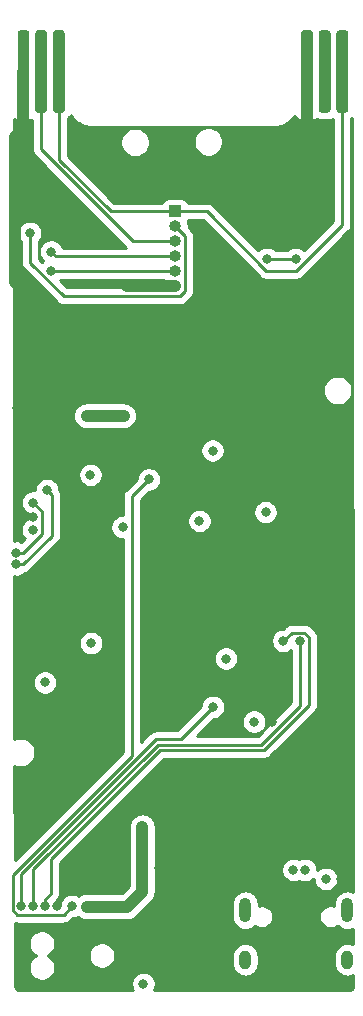
<source format=gbr>
%TF.GenerationSoftware,KiCad,Pcbnew,5.1.10*%
%TF.CreationDate,2021-05-11T19:06:34-06:00*%
%TF.ProjectId,LinkMeBaby,4c696e6b-4d65-4426-9162-792e6b696361,rev?*%
%TF.SameCoordinates,Original*%
%TF.FileFunction,Copper,L2,Bot*%
%TF.FilePolarity,Positive*%
%FSLAX46Y46*%
G04 Gerber Fmt 4.6, Leading zero omitted, Abs format (unit mm)*
G04 Created by KiCad (PCBNEW 5.1.10) date 2021-05-11 19:06:34*
%MOMM*%
%LPD*%
G01*
G04 APERTURE LIST*
%TA.AperFunction,ComponentPad*%
%ADD10O,1.000000X1.600000*%
%TD*%
%TA.AperFunction,ComponentPad*%
%ADD11O,1.000000X2.100000*%
%TD*%
%TA.AperFunction,ComponentPad*%
%ADD12R,1.000000X1.000000*%
%TD*%
%TA.AperFunction,ComponentPad*%
%ADD13O,1.000000X1.000000*%
%TD*%
%TA.AperFunction,ViaPad*%
%ADD14C,0.800000*%
%TD*%
%TA.AperFunction,Conductor*%
%ADD15C,1.000000*%
%TD*%
%TA.AperFunction,Conductor*%
%ADD16C,0.250000*%
%TD*%
%TA.AperFunction,Conductor*%
%ADD17C,0.254000*%
%TD*%
%TA.AperFunction,Conductor*%
%ADD18C,0.100000*%
%TD*%
G04 APERTURE END LIST*
D10*
%TO.P,J1,S1*%
%TO.N,Net-(J1-PadS1)*%
X48820000Y-106850000D03*
X40180000Y-106850000D03*
D11*
X40180000Y-102670000D03*
X48820000Y-102670000D03*
%TD*%
D12*
%TO.P,J2,1*%
%TO.N,EDGE_SO*%
X34250000Y-43500000D03*
D13*
%TO.P,J2,2*%
%TO.N,EDGE_SC*%
X34250000Y-44770000D03*
%TO.P,J2,3*%
%TO.N,EDGE_SD*%
X34250000Y-46040000D03*
%TO.P,J2,4*%
%TO.N,EDGE_SI*%
X34250000Y-47310000D03*
%TO.P,J2,5*%
%TO.N,EDGE_VDD*%
X34250000Y-48580000D03*
%TO.P,J2,6*%
%TO.N,GND*%
X34250000Y-49850000D03*
%TD*%
%TO.P,J3,6*%
%TO.N,GND*%
%TA.AperFunction,SMDPad,CuDef*%
G36*
G01*
X45900000Y-28400000D02*
X45900000Y-34900000D01*
G75*
G02*
X45650000Y-35150000I-250000J0D01*
G01*
X45150000Y-35150000D01*
G75*
G02*
X44900000Y-34900000I0J250000D01*
G01*
X44900000Y-28400000D01*
G75*
G02*
X45150000Y-28150000I250000J0D01*
G01*
X45650000Y-28150000D01*
G75*
G02*
X45900000Y-28400000I0J-250000D01*
G01*
G37*
%TD.AperFunction*%
%TO.P,J3,4*%
%TO.N,N/C*%
%TA.AperFunction,SMDPad,CuDef*%
G36*
G01*
X47400000Y-28400000D02*
X47400000Y-34900000D01*
G75*
G02*
X47150000Y-35150000I-250000J0D01*
G01*
X46650000Y-35150000D01*
G75*
G02*
X46400000Y-34900000I0J250000D01*
G01*
X46400000Y-28400000D01*
G75*
G02*
X46650000Y-28150000I250000J0D01*
G01*
X47150000Y-28150000D01*
G75*
G02*
X47400000Y-28400000I0J-250000D01*
G01*
G37*
%TD.AperFunction*%
%TO.P,J3,2*%
%TO.N,EDGE_SO*%
%TA.AperFunction,SMDPad,CuDef*%
G36*
G01*
X48900000Y-28400000D02*
X48900000Y-34900000D01*
G75*
G02*
X48650000Y-35150000I-250000J0D01*
G01*
X48150000Y-35150000D01*
G75*
G02*
X47900000Y-34900000I0J250000D01*
G01*
X47900000Y-28400000D01*
G75*
G02*
X48150000Y-28150000I250000J0D01*
G01*
X48650000Y-28150000D01*
G75*
G02*
X48900000Y-28400000I0J-250000D01*
G01*
G37*
%TD.AperFunction*%
%TD*%
%TO.P,J4,2*%
%TO.N,EDGE_SO*%
%TA.AperFunction,SMDPad,CuDef*%
G36*
G01*
X24900000Y-28400000D02*
X24900000Y-34900000D01*
G75*
G02*
X24650000Y-35150000I-250000J0D01*
G01*
X24150000Y-35150000D01*
G75*
G02*
X23900000Y-34900000I0J250000D01*
G01*
X23900000Y-28400000D01*
G75*
G02*
X24150000Y-28150000I250000J0D01*
G01*
X24650000Y-28150000D01*
G75*
G02*
X24900000Y-28400000I0J-250000D01*
G01*
G37*
%TD.AperFunction*%
%TO.P,J4,4*%
%TO.N,EDGE_SD*%
%TA.AperFunction,SMDPad,CuDef*%
G36*
G01*
X23400000Y-28400000D02*
X23400000Y-34900000D01*
G75*
G02*
X23150000Y-35150000I-250000J0D01*
G01*
X22650000Y-35150000D01*
G75*
G02*
X22400000Y-34900000I0J250000D01*
G01*
X22400000Y-28400000D01*
G75*
G02*
X22650000Y-28150000I250000J0D01*
G01*
X23150000Y-28150000D01*
G75*
G02*
X23400000Y-28400000I0J-250000D01*
G01*
G37*
%TD.AperFunction*%
%TO.P,J4,6*%
%TO.N,GND*%
%TA.AperFunction,SMDPad,CuDef*%
G36*
G01*
X21900000Y-28400000D02*
X21900000Y-34900000D01*
G75*
G02*
X21650000Y-35150000I-250000J0D01*
G01*
X21150000Y-35150000D01*
G75*
G02*
X20900000Y-34900000I0J250000D01*
G01*
X20900000Y-28400000D01*
G75*
G02*
X21150000Y-28150000I250000J0D01*
G01*
X21650000Y-28150000D01*
G75*
G02*
X21900000Y-28400000I0J-250000D01*
G01*
G37*
%TD.AperFunction*%
%TD*%
D14*
%TO.N,GND*%
X42000000Y-98500000D03*
X48250000Y-100000000D03*
X40250000Y-100000000D03*
X28250000Y-95350000D03*
X47250000Y-94750000D03*
X36750000Y-108750000D03*
X39675000Y-86700000D03*
X42425000Y-86700000D03*
X20925000Y-82200000D03*
X35150000Y-66350000D03*
X38725000Y-64925000D03*
X38700000Y-65925000D03*
X45025000Y-69950000D03*
X45025000Y-68875000D03*
X32850000Y-99050000D03*
X28225000Y-63550000D03*
X29325000Y-63525000D03*
X29325000Y-62325000D03*
X48750000Y-79900000D03*
X21350000Y-50150000D03*
X24250000Y-102300000D03*
X22225000Y-69375000D03*
X20850000Y-60150000D03*
X30150000Y-49850000D03*
X34250000Y-52000000D03*
X36850000Y-49850000D03*
X36900000Y-46150000D03*
X43000000Y-43400000D03*
X37100000Y-62100000D03*
X31450000Y-92550000D03*
X37900000Y-95600000D03*
X21150000Y-94600000D03*
X20900000Y-81250000D03*
%TO.N,+3V3*%
X40925000Y-86700000D03*
X37425000Y-63750000D03*
X23225000Y-83375000D03*
X41900000Y-68950000D03*
X27075000Y-65800000D03*
X22225000Y-70450000D03*
X29800000Y-70225000D03*
X36300000Y-69700000D03*
X27125000Y-80050000D03*
X26750000Y-60800000D03*
X27550000Y-60800000D03*
X29900000Y-60800000D03*
X38550000Y-81350000D03*
X26750000Y-102350000D03*
X31550000Y-108900000D03*
X31450000Y-95600000D03*
%TO.N,+5V*%
X47000000Y-100000000D03*
%TO.N,USB_CONN_D+*%
X45262653Y-99237347D03*
%TO.N,USB_CONN_D-*%
X44250000Y-99250000D03*
%TO.N,EDGE_SI*%
X44450000Y-47500000D03*
X42000000Y-47500000D03*
X23750000Y-46900000D03*
%TO.N,EDGE_VDD*%
X23700000Y-48500000D03*
%TO.N,EDGE_SC*%
X21950000Y-45300000D03*
%TO.N,SWO*%
X23249997Y-102300000D03*
X43400000Y-79850000D03*
%TO.N,SWCLK*%
X22237343Y-102287349D03*
X44825000Y-79875000D03*
%TO.N,NRST*%
X32025010Y-66175000D03*
X25525000Y-102300000D03*
%TO.N,SWDIO*%
X37450000Y-85450000D03*
X21215890Y-102283496D03*
%TO.N,DIR*%
X20802405Y-73385482D03*
X23400000Y-67100000D03*
%TO.N,SPI1_MOSI*%
X20789436Y-72385564D03*
X22224999Y-68150000D03*
%TD*%
D15*
%TO.N,GND*%
X21400000Y-31650000D02*
X21400000Y-36450000D01*
X21400000Y-36450000D02*
X20650000Y-37200000D01*
X20650000Y-49450000D02*
X21350000Y-50150000D01*
X20650000Y-37200000D02*
X20650000Y-49450000D01*
X34250000Y-49850000D02*
X30150000Y-49850000D01*
X36850000Y-46200000D02*
X36900000Y-46150000D01*
X36850000Y-49850000D02*
X36850000Y-46200000D01*
X45400000Y-41000000D02*
X43000000Y-43400000D01*
X45400000Y-31650000D02*
X45400000Y-41000000D01*
D16*
%TO.N,+3V3*%
X26750000Y-60800000D02*
X27550000Y-60800000D01*
D15*
X26750000Y-60800000D02*
X29900000Y-60800000D01*
X31450000Y-95600000D02*
X31450000Y-101100000D01*
X30200000Y-102350000D02*
X26750000Y-102350000D01*
X31450000Y-101100000D02*
X30200000Y-102350000D01*
D16*
%TO.N,EDGE_SO*%
X24400000Y-31650000D02*
X24400000Y-35150000D01*
X48400000Y-31650000D02*
X48400000Y-35150000D01*
X48400000Y-44623002D02*
X44473002Y-48550000D01*
X48400000Y-31650000D02*
X48400000Y-44623002D01*
X36926998Y-43500000D02*
X34250000Y-43500000D01*
X41976998Y-48550000D02*
X36926998Y-43500000D01*
X44473002Y-48550000D02*
X41976998Y-48550000D01*
X24400000Y-31650000D02*
X24400000Y-39113590D01*
X28786410Y-43500000D02*
X32900000Y-43500000D01*
X32900000Y-43500000D02*
X34250000Y-43500000D01*
X24400000Y-39113590D02*
X28786410Y-43500000D01*
X32750000Y-43500000D02*
X32900000Y-43500000D01*
%TO.N,EDGE_SI*%
X44450000Y-47500000D02*
X42000000Y-47500000D01*
X24160000Y-47310000D02*
X34250000Y-47310000D01*
X23750000Y-46900000D02*
X24160000Y-47310000D01*
%TO.N,EDGE_VDD*%
X34170000Y-48500000D02*
X34250000Y-48580000D01*
X23700000Y-48500000D02*
X34170000Y-48500000D01*
%TO.N,EDGE_SD*%
X22900000Y-31650000D02*
X22900000Y-38250000D01*
X30690000Y-46040000D02*
X34250000Y-46040000D01*
X22900000Y-38250000D02*
X30690000Y-46040000D01*
%TO.N,EDGE_SC*%
X35075001Y-50246001D02*
X35075001Y-45595001D01*
X34646001Y-50675001D02*
X35075001Y-50246001D01*
X24801999Y-50675001D02*
X34646001Y-50675001D01*
X35075001Y-45595001D02*
X34250000Y-44770000D01*
X21950000Y-47823002D02*
X24801999Y-50675001D01*
X21950000Y-45300000D02*
X21950000Y-47823002D01*
%TO.N,SWO*%
X23725001Y-98338407D02*
X23725001Y-101259311D01*
X32963397Y-89100011D02*
X23725001Y-98338407D01*
X45550001Y-85284411D02*
X41734401Y-89100011D01*
X23249997Y-101734315D02*
X23249997Y-102300000D01*
X41734401Y-89100011D02*
X32963397Y-89100011D01*
X45550001Y-79526999D02*
X45550001Y-85284411D01*
X45173001Y-79149999D02*
X45550001Y-79526999D01*
X44100001Y-79149999D02*
X45173001Y-79149999D01*
X23725001Y-101259311D02*
X23249997Y-101734315D01*
X43400000Y-79850000D02*
X44100001Y-79149999D01*
%TO.N,SWCLK*%
X41548001Y-88650001D02*
X44825000Y-85373002D01*
X44825000Y-85373002D02*
X44825000Y-79875000D01*
X32776997Y-88650001D02*
X41548001Y-88650001D01*
X22237343Y-99189655D02*
X32776997Y-88650001D01*
X22237343Y-102287349D02*
X22237343Y-99189655D01*
%TO.N,NRST*%
X20884393Y-103025001D02*
X24799999Y-103025001D01*
X20490889Y-102631497D02*
X20884393Y-103025001D01*
X20490889Y-99663289D02*
X20490889Y-102631497D01*
X30574999Y-89579179D02*
X20490889Y-99663289D01*
X30574999Y-67625011D02*
X30574999Y-89579179D01*
X24799999Y-103025001D02*
X25525000Y-102300000D01*
X32025010Y-66175000D02*
X30574999Y-67625011D01*
%TO.N,SWDIO*%
X34700009Y-88199991D02*
X37450000Y-85450000D01*
X32590597Y-88199991D02*
X34700009Y-88199991D01*
X21215890Y-99574698D02*
X32590597Y-88199991D01*
X21215890Y-102283496D02*
X21215890Y-99574698D01*
%TO.N,DIR*%
X20862520Y-73385482D02*
X20802405Y-73385482D01*
X21368090Y-73385482D02*
X20802405Y-73385482D01*
X23799999Y-70953573D02*
X21368090Y-73385482D01*
X23799999Y-67499999D02*
X23799999Y-70953573D01*
X23400000Y-67100000D02*
X23799999Y-67499999D01*
%TO.N,SPI1_MOSI*%
X20900000Y-72275000D02*
X20789436Y-72385564D01*
X21362438Y-72385564D02*
X20789436Y-72385564D01*
X22950001Y-70798001D02*
X21362438Y-72385564D01*
X22950001Y-68875002D02*
X22950001Y-70798001D01*
X22224999Y-68150000D02*
X22950001Y-68875002D01*
%TD*%
D17*
%TO.N,GND*%
X21527000Y-31523000D02*
X21547000Y-31523000D01*
X21547000Y-31777000D01*
X21527000Y-31777000D01*
X21527000Y-35626250D01*
X21685750Y-35785000D01*
X21900000Y-35788072D01*
X22024482Y-35775812D01*
X22140001Y-35740770D01*
X22140001Y-38212668D01*
X22136324Y-38250000D01*
X22140001Y-38287333D01*
X22150783Y-38396798D01*
X22150998Y-38398985D01*
X22194454Y-38542246D01*
X22265026Y-38674276D01*
X22336201Y-38761002D01*
X22360000Y-38790001D01*
X22388998Y-38813799D01*
X30125198Y-46550000D01*
X24725301Y-46550000D01*
X24667205Y-46409744D01*
X24553937Y-46240226D01*
X24409774Y-46096063D01*
X24240256Y-45982795D01*
X24051898Y-45904774D01*
X23851939Y-45865000D01*
X23648061Y-45865000D01*
X23448102Y-45904774D01*
X23259744Y-45982795D01*
X23090226Y-46096063D01*
X22946063Y-46240226D01*
X22832795Y-46409744D01*
X22754774Y-46598102D01*
X22715000Y-46798061D01*
X22715000Y-47001939D01*
X22754774Y-47201898D01*
X22832795Y-47390256D01*
X22946063Y-47559774D01*
X23065479Y-47679190D01*
X23040226Y-47696063D01*
X22969044Y-47767245D01*
X22710000Y-47508201D01*
X22710000Y-46003711D01*
X22753937Y-45959774D01*
X22867205Y-45790256D01*
X22945226Y-45601898D01*
X22985000Y-45401939D01*
X22985000Y-45198061D01*
X22945226Y-44998102D01*
X22867205Y-44809744D01*
X22753937Y-44640226D01*
X22609774Y-44496063D01*
X22440256Y-44382795D01*
X22251898Y-44304774D01*
X22051939Y-44265000D01*
X21848061Y-44265000D01*
X21648102Y-44304774D01*
X21459744Y-44382795D01*
X21290226Y-44496063D01*
X21146063Y-44640226D01*
X21032795Y-44809744D01*
X20954774Y-44998102D01*
X20915000Y-45198061D01*
X20915000Y-45401939D01*
X20954774Y-45601898D01*
X21032795Y-45790256D01*
X21146063Y-45959774D01*
X21190000Y-46003711D01*
X21190001Y-47785670D01*
X21186324Y-47823002D01*
X21190001Y-47860335D01*
X21200998Y-47971988D01*
X21212451Y-48009744D01*
X21244454Y-48115248D01*
X21315026Y-48247278D01*
X21371281Y-48315824D01*
X21410000Y-48363003D01*
X21438998Y-48386801D01*
X24238200Y-51186004D01*
X24261998Y-51215002D01*
X24377723Y-51309975D01*
X24509752Y-51380547D01*
X24653013Y-51424004D01*
X24764666Y-51435001D01*
X24764674Y-51435001D01*
X24801999Y-51438677D01*
X24839324Y-51435001D01*
X34608679Y-51435001D01*
X34646001Y-51438677D01*
X34683323Y-51435001D01*
X34683334Y-51435001D01*
X34794987Y-51424004D01*
X34938248Y-51380547D01*
X35070277Y-51309975D01*
X35186002Y-51215002D01*
X35209805Y-51185998D01*
X35585999Y-50809804D01*
X35615002Y-50786002D01*
X35709975Y-50670277D01*
X35780547Y-50538248D01*
X35824004Y-50394987D01*
X35835001Y-50283334D01*
X35835001Y-50283333D01*
X35838678Y-50246001D01*
X35835001Y-50208668D01*
X35835001Y-45632334D01*
X35838678Y-45595001D01*
X35824004Y-45446015D01*
X35780547Y-45302754D01*
X35709975Y-45170725D01*
X35638800Y-45083998D01*
X35615002Y-45055000D01*
X35586003Y-45031202D01*
X35385000Y-44830198D01*
X35385000Y-44658212D01*
X35341383Y-44438933D01*
X35295112Y-44327226D01*
X35331046Y-44260000D01*
X36612197Y-44260000D01*
X41413203Y-49061008D01*
X41436997Y-49090001D01*
X41465990Y-49113795D01*
X41465994Y-49113799D01*
X41536683Y-49171811D01*
X41552722Y-49184974D01*
X41684751Y-49255546D01*
X41828012Y-49299003D01*
X41939665Y-49310000D01*
X41939674Y-49310000D01*
X41976997Y-49313676D01*
X42014320Y-49310000D01*
X44435680Y-49310000D01*
X44473002Y-49313676D01*
X44510324Y-49310000D01*
X44510335Y-49310000D01*
X44621988Y-49299003D01*
X44765249Y-49255546D01*
X44897278Y-49184974D01*
X45013003Y-49090001D01*
X45036806Y-49060997D01*
X48911003Y-45186801D01*
X48940001Y-45163003D01*
X49034974Y-45047278D01*
X49105546Y-44915249D01*
X49149003Y-44771988D01*
X49160000Y-44660335D01*
X49160000Y-44660325D01*
X49163676Y-44623002D01*
X49160000Y-44585679D01*
X49160000Y-35624770D01*
X49240001Y-35559116D01*
X49240001Y-35618028D01*
X49239957Y-35618481D01*
X49240001Y-35650752D01*
X49240001Y-35682419D01*
X49240045Y-35682863D01*
X49329236Y-101105231D01*
X49256446Y-101066324D01*
X49042498Y-101001423D01*
X48820000Y-100979509D01*
X48597501Y-101001423D01*
X48383553Y-101066324D01*
X48186377Y-101171716D01*
X48013551Y-101313551D01*
X47871716Y-101486377D01*
X47766324Y-101683554D01*
X47701423Y-101897502D01*
X47685000Y-102064249D01*
X47685000Y-102283096D01*
X47670022Y-102276892D01*
X47484552Y-102240000D01*
X47295448Y-102240000D01*
X47109978Y-102276892D01*
X46935269Y-102349259D01*
X46778036Y-102454319D01*
X46644319Y-102588036D01*
X46539259Y-102745269D01*
X46466892Y-102919978D01*
X46430000Y-103105448D01*
X46430000Y-103294552D01*
X46466892Y-103480022D01*
X46539259Y-103654731D01*
X46644319Y-103811964D01*
X46778036Y-103945681D01*
X46935269Y-104050741D01*
X47109978Y-104123108D01*
X47295448Y-104160000D01*
X47484552Y-104160000D01*
X47670022Y-104123108D01*
X47844731Y-104050741D01*
X47966638Y-103969285D01*
X48013552Y-104026449D01*
X48186378Y-104168284D01*
X48383554Y-104273676D01*
X48597502Y-104338577D01*
X48820000Y-104360491D01*
X49042499Y-104338577D01*
X49256447Y-104273676D01*
X49333500Y-104232491D01*
X49335280Y-105538461D01*
X49256446Y-105496324D01*
X49042498Y-105431423D01*
X48820000Y-105409509D01*
X48597501Y-105431423D01*
X48383553Y-105496324D01*
X48186377Y-105601716D01*
X48013551Y-105743551D01*
X47871716Y-105916377D01*
X47766324Y-106113554D01*
X47701423Y-106327502D01*
X47685000Y-106494249D01*
X47685000Y-107205752D01*
X47701423Y-107372499D01*
X47766324Y-107586447D01*
X47871717Y-107783623D01*
X48013552Y-107956449D01*
X48186378Y-108098284D01*
X48383554Y-108203676D01*
X48597502Y-108268577D01*
X48820000Y-108290491D01*
X49042499Y-108268577D01*
X49256447Y-108203676D01*
X49338854Y-108159629D01*
X49339956Y-108968170D01*
X49328516Y-109084846D01*
X49303874Y-109166465D01*
X49263848Y-109241743D01*
X49209966Y-109307808D01*
X49144277Y-109362151D01*
X49069280Y-109402702D01*
X48987839Y-109427912D01*
X48872821Y-109440001D01*
X32433967Y-109440000D01*
X32467205Y-109390256D01*
X32545226Y-109201898D01*
X32585000Y-109001939D01*
X32585000Y-108798061D01*
X32545226Y-108598102D01*
X32467205Y-108409744D01*
X32353937Y-108240226D01*
X32209774Y-108096063D01*
X32040256Y-107982795D01*
X31851898Y-107904774D01*
X31651939Y-107865000D01*
X31448061Y-107865000D01*
X31248102Y-107904774D01*
X31059744Y-107982795D01*
X30890226Y-108096063D01*
X30746063Y-108240226D01*
X30632795Y-108409744D01*
X30554774Y-108598102D01*
X30515000Y-108798061D01*
X30515000Y-109001939D01*
X30554774Y-109201898D01*
X30632795Y-109390256D01*
X30666033Y-109440000D01*
X21132277Y-109439999D01*
X21015154Y-109428515D01*
X20933537Y-109403874D01*
X20858259Y-109363848D01*
X20792189Y-109309963D01*
X20737847Y-109244274D01*
X20697299Y-109169282D01*
X20672089Y-109087840D01*
X20659964Y-108972474D01*
X20655056Y-105372655D01*
X21829500Y-105372655D01*
X21829500Y-105595345D01*
X21872944Y-105813755D01*
X21958164Y-106019493D01*
X22081883Y-106204652D01*
X22239348Y-106362117D01*
X22424507Y-106485836D01*
X22458702Y-106500000D01*
X22424507Y-106514164D01*
X22239348Y-106637883D01*
X22081883Y-106795348D01*
X21958164Y-106980507D01*
X21872944Y-107186245D01*
X21829500Y-107404655D01*
X21829500Y-107627345D01*
X21872944Y-107845755D01*
X21958164Y-108051493D01*
X22081883Y-108236652D01*
X22239348Y-108394117D01*
X22424507Y-108517836D01*
X22630245Y-108603056D01*
X22848655Y-108646500D01*
X23071345Y-108646500D01*
X23289755Y-108603056D01*
X23495493Y-108517836D01*
X23680652Y-108394117D01*
X23838117Y-108236652D01*
X23961836Y-108051493D01*
X24047056Y-107845755D01*
X24090500Y-107627345D01*
X24090500Y-107404655D01*
X24047056Y-107186245D01*
X23961836Y-106980507D01*
X23838117Y-106795348D01*
X23680652Y-106637883D01*
X23495493Y-106514164D01*
X23461298Y-106500000D01*
X23495493Y-106485836D01*
X23640934Y-106388655D01*
X26909500Y-106388655D01*
X26909500Y-106611345D01*
X26952944Y-106829755D01*
X27038164Y-107035493D01*
X27161883Y-107220652D01*
X27319348Y-107378117D01*
X27504507Y-107501836D01*
X27710245Y-107587056D01*
X27928655Y-107630500D01*
X28151345Y-107630500D01*
X28369755Y-107587056D01*
X28575493Y-107501836D01*
X28760652Y-107378117D01*
X28918117Y-107220652D01*
X29041836Y-107035493D01*
X29127056Y-106829755D01*
X29170500Y-106611345D01*
X29170500Y-106494249D01*
X39045000Y-106494249D01*
X39045000Y-107205752D01*
X39061423Y-107372499D01*
X39126324Y-107586447D01*
X39231717Y-107783623D01*
X39373552Y-107956449D01*
X39546378Y-108098284D01*
X39743554Y-108203676D01*
X39957502Y-108268577D01*
X40180000Y-108290491D01*
X40402499Y-108268577D01*
X40616447Y-108203676D01*
X40813623Y-108098284D01*
X40986449Y-107956449D01*
X41128284Y-107783623D01*
X41233676Y-107586446D01*
X41298577Y-107372498D01*
X41315000Y-107205751D01*
X41315000Y-106494248D01*
X41298577Y-106327501D01*
X41233676Y-106113553D01*
X41128284Y-105916377D01*
X40986449Y-105743551D01*
X40813623Y-105601716D01*
X40616446Y-105496324D01*
X40402498Y-105431423D01*
X40180000Y-105409509D01*
X39957501Y-105431423D01*
X39743553Y-105496324D01*
X39546377Y-105601716D01*
X39373551Y-105743551D01*
X39231716Y-105916377D01*
X39126324Y-106113554D01*
X39061423Y-106327502D01*
X39045000Y-106494249D01*
X29170500Y-106494249D01*
X29170500Y-106388655D01*
X29127056Y-106170245D01*
X29041836Y-105964507D01*
X28918117Y-105779348D01*
X28760652Y-105621883D01*
X28575493Y-105498164D01*
X28369755Y-105412944D01*
X28151345Y-105369500D01*
X27928655Y-105369500D01*
X27710245Y-105412944D01*
X27504507Y-105498164D01*
X27319348Y-105621883D01*
X27161883Y-105779348D01*
X27038164Y-105964507D01*
X26952944Y-106170245D01*
X26909500Y-106388655D01*
X23640934Y-106388655D01*
X23680652Y-106362117D01*
X23838117Y-106204652D01*
X23961836Y-106019493D01*
X24047056Y-105813755D01*
X24090500Y-105595345D01*
X24090500Y-105372655D01*
X24047056Y-105154245D01*
X23961836Y-104948507D01*
X23838117Y-104763348D01*
X23680652Y-104605883D01*
X23495493Y-104482164D01*
X23289755Y-104396944D01*
X23071345Y-104353500D01*
X22848655Y-104353500D01*
X22630245Y-104396944D01*
X22424507Y-104482164D01*
X22239348Y-104605883D01*
X22081883Y-104763348D01*
X21958164Y-104948507D01*
X21872944Y-105154245D01*
X21829500Y-105372655D01*
X20655056Y-105372655D01*
X20652842Y-103748959D01*
X20735407Y-103774004D01*
X20847060Y-103785001D01*
X20847068Y-103785001D01*
X20884393Y-103788677D01*
X20921718Y-103785001D01*
X24762677Y-103785001D01*
X24799999Y-103788677D01*
X24837321Y-103785001D01*
X24837332Y-103785001D01*
X24948985Y-103774004D01*
X25092246Y-103730547D01*
X25224275Y-103659975D01*
X25340000Y-103565002D01*
X25363802Y-103535999D01*
X25564801Y-103335000D01*
X25626939Y-103335000D01*
X25826898Y-103295226D01*
X26015256Y-103217205D01*
X26016538Y-103216348D01*
X26116377Y-103298284D01*
X26313553Y-103403676D01*
X26527501Y-103468577D01*
X26694248Y-103485000D01*
X30144249Y-103485000D01*
X30200000Y-103490491D01*
X30255751Y-103485000D01*
X30255752Y-103485000D01*
X30422499Y-103468577D01*
X30636447Y-103403676D01*
X30833623Y-103298284D01*
X31006449Y-103156449D01*
X31041996Y-103113135D01*
X32090882Y-102064249D01*
X39045000Y-102064249D01*
X39045000Y-103275752D01*
X39061423Y-103442499D01*
X39126324Y-103656447D01*
X39231717Y-103853623D01*
X39373552Y-104026449D01*
X39546378Y-104168284D01*
X39743554Y-104273676D01*
X39957502Y-104338577D01*
X40180000Y-104360491D01*
X40402499Y-104338577D01*
X40616447Y-104273676D01*
X40813623Y-104168284D01*
X40986449Y-104026449D01*
X41033362Y-103969285D01*
X41155269Y-104050741D01*
X41329978Y-104123108D01*
X41515448Y-104160000D01*
X41704552Y-104160000D01*
X41890022Y-104123108D01*
X42064731Y-104050741D01*
X42221964Y-103945681D01*
X42355681Y-103811964D01*
X42460741Y-103654731D01*
X42533108Y-103480022D01*
X42570000Y-103294552D01*
X42570000Y-103105448D01*
X42533108Y-102919978D01*
X42460741Y-102745269D01*
X42355681Y-102588036D01*
X42221964Y-102454319D01*
X42064731Y-102349259D01*
X41890022Y-102276892D01*
X41704552Y-102240000D01*
X41515448Y-102240000D01*
X41329978Y-102276892D01*
X41315000Y-102283096D01*
X41315000Y-102064248D01*
X41298577Y-101897501D01*
X41233676Y-101683553D01*
X41128284Y-101486377D01*
X40986449Y-101313551D01*
X40813623Y-101171716D01*
X40616446Y-101066324D01*
X40402498Y-101001423D01*
X40180000Y-100979509D01*
X39957501Y-101001423D01*
X39743553Y-101066324D01*
X39546377Y-101171716D01*
X39373551Y-101313551D01*
X39231716Y-101486377D01*
X39126324Y-101683554D01*
X39061423Y-101897502D01*
X39045000Y-102064249D01*
X32090882Y-102064249D01*
X32213140Y-101941992D01*
X32256449Y-101906449D01*
X32398284Y-101733623D01*
X32503676Y-101536447D01*
X32568577Y-101322499D01*
X32585000Y-101155752D01*
X32590491Y-101100000D01*
X32585000Y-101044249D01*
X32585000Y-99148061D01*
X43215000Y-99148061D01*
X43215000Y-99351939D01*
X43254774Y-99551898D01*
X43332795Y-99740256D01*
X43446063Y-99909774D01*
X43590226Y-100053937D01*
X43759744Y-100167205D01*
X43948102Y-100245226D01*
X44148061Y-100285000D01*
X44351939Y-100285000D01*
X44551898Y-100245226D01*
X44740256Y-100167205D01*
X44765795Y-100150141D01*
X44772397Y-100154552D01*
X44960755Y-100232573D01*
X45160714Y-100272347D01*
X45364592Y-100272347D01*
X45564551Y-100232573D01*
X45752909Y-100154552D01*
X45922427Y-100041284D01*
X45965000Y-99998711D01*
X45965000Y-100101939D01*
X46004774Y-100301898D01*
X46082795Y-100490256D01*
X46196063Y-100659774D01*
X46340226Y-100803937D01*
X46509744Y-100917205D01*
X46698102Y-100995226D01*
X46898061Y-101035000D01*
X47101939Y-101035000D01*
X47301898Y-100995226D01*
X47490256Y-100917205D01*
X47659774Y-100803937D01*
X47803937Y-100659774D01*
X47917205Y-100490256D01*
X47995226Y-100301898D01*
X48035000Y-100101939D01*
X48035000Y-99898061D01*
X47995226Y-99698102D01*
X47917205Y-99509744D01*
X47803937Y-99340226D01*
X47659774Y-99196063D01*
X47490256Y-99082795D01*
X47301898Y-99004774D01*
X47101939Y-98965000D01*
X46898061Y-98965000D01*
X46698102Y-99004774D01*
X46509744Y-99082795D01*
X46340226Y-99196063D01*
X46297653Y-99238636D01*
X46297653Y-99135408D01*
X46257879Y-98935449D01*
X46179858Y-98747091D01*
X46066590Y-98577573D01*
X45922427Y-98433410D01*
X45752909Y-98320142D01*
X45564551Y-98242121D01*
X45364592Y-98202347D01*
X45160714Y-98202347D01*
X44960755Y-98242121D01*
X44772397Y-98320142D01*
X44746858Y-98337206D01*
X44740256Y-98332795D01*
X44551898Y-98254774D01*
X44351939Y-98215000D01*
X44148061Y-98215000D01*
X43948102Y-98254774D01*
X43759744Y-98332795D01*
X43590226Y-98446063D01*
X43446063Y-98590226D01*
X43332795Y-98759744D01*
X43254774Y-98948102D01*
X43215000Y-99148061D01*
X32585000Y-99148061D01*
X32585000Y-95544248D01*
X32568577Y-95377501D01*
X32503676Y-95163553D01*
X32398284Y-94966377D01*
X32256449Y-94793551D01*
X32083623Y-94651716D01*
X31886446Y-94546324D01*
X31672498Y-94481423D01*
X31450000Y-94459509D01*
X31227501Y-94481423D01*
X31013553Y-94546324D01*
X30816377Y-94651716D01*
X30643551Y-94793551D01*
X30501716Y-94966377D01*
X30396324Y-95163554D01*
X30331423Y-95377502D01*
X30315000Y-95544249D01*
X30315001Y-100629867D01*
X29729869Y-101215000D01*
X26694248Y-101215000D01*
X26527501Y-101231423D01*
X26313553Y-101296324D01*
X26116377Y-101401716D01*
X26083704Y-101428530D01*
X26015256Y-101382795D01*
X25826898Y-101304774D01*
X25626939Y-101265000D01*
X25423061Y-101265000D01*
X25223102Y-101304774D01*
X25034744Y-101382795D01*
X24865226Y-101496063D01*
X24721063Y-101640226D01*
X24607795Y-101809744D01*
X24529774Y-101998102D01*
X24490000Y-102198061D01*
X24490000Y-102260199D01*
X24485198Y-102265001D01*
X24284997Y-102265001D01*
X24284997Y-102198061D01*
X24245223Y-101998102D01*
X24191268Y-101867845D01*
X24235998Y-101823115D01*
X24265002Y-101799312D01*
X24333065Y-101716377D01*
X24359975Y-101683588D01*
X24430547Y-101551558D01*
X24450319Y-101486377D01*
X24474004Y-101408297D01*
X24485001Y-101296644D01*
X24485001Y-101296635D01*
X24488677Y-101259312D01*
X24485001Y-101221989D01*
X24485001Y-98653208D01*
X33278199Y-89860011D01*
X41697079Y-89860011D01*
X41734401Y-89863687D01*
X41771723Y-89860011D01*
X41771734Y-89860011D01*
X41883387Y-89849014D01*
X42026648Y-89805557D01*
X42158677Y-89734985D01*
X42274402Y-89640012D01*
X42298205Y-89611008D01*
X46061004Y-85848210D01*
X46090002Y-85824412D01*
X46184975Y-85708687D01*
X46255547Y-85576658D01*
X46299004Y-85433397D01*
X46310001Y-85321744D01*
X46310001Y-85321735D01*
X46313677Y-85284412D01*
X46310001Y-85247089D01*
X46310001Y-79564332D01*
X46313678Y-79526999D01*
X46299004Y-79378013D01*
X46255547Y-79234752D01*
X46197415Y-79125997D01*
X46184975Y-79102723D01*
X46090002Y-78986998D01*
X46060999Y-78963196D01*
X45736805Y-78639002D01*
X45713002Y-78609998D01*
X45597277Y-78515025D01*
X45465248Y-78444453D01*
X45321987Y-78400996D01*
X45210334Y-78389999D01*
X45210323Y-78389999D01*
X45173001Y-78386323D01*
X45135679Y-78389999D01*
X44137324Y-78389999D01*
X44100001Y-78386323D01*
X44062678Y-78389999D01*
X44062668Y-78389999D01*
X43951015Y-78400996D01*
X43807754Y-78444453D01*
X43675724Y-78515025D01*
X43592084Y-78583667D01*
X43560000Y-78609998D01*
X43536202Y-78638997D01*
X43360198Y-78815000D01*
X43298061Y-78815000D01*
X43098102Y-78854774D01*
X42909744Y-78932795D01*
X42740226Y-79046063D01*
X42596063Y-79190226D01*
X42482795Y-79359744D01*
X42404774Y-79548102D01*
X42365000Y-79748061D01*
X42365000Y-79951939D01*
X42404774Y-80151898D01*
X42482795Y-80340256D01*
X42596063Y-80509774D01*
X42740226Y-80653937D01*
X42909744Y-80767205D01*
X43098102Y-80845226D01*
X43298061Y-80885000D01*
X43501939Y-80885000D01*
X43701898Y-80845226D01*
X43890256Y-80767205D01*
X44059774Y-80653937D01*
X44065001Y-80648710D01*
X44065000Y-85058199D01*
X41233200Y-87890001D01*
X36084800Y-87890001D01*
X37376740Y-86598061D01*
X39890000Y-86598061D01*
X39890000Y-86801939D01*
X39929774Y-87001898D01*
X40007795Y-87190256D01*
X40121063Y-87359774D01*
X40265226Y-87503937D01*
X40434744Y-87617205D01*
X40623102Y-87695226D01*
X40823061Y-87735000D01*
X41026939Y-87735000D01*
X41226898Y-87695226D01*
X41415256Y-87617205D01*
X41584774Y-87503937D01*
X41728937Y-87359774D01*
X41842205Y-87190256D01*
X41920226Y-87001898D01*
X41960000Y-86801939D01*
X41960000Y-86598061D01*
X41920226Y-86398102D01*
X41842205Y-86209744D01*
X41728937Y-86040226D01*
X41584774Y-85896063D01*
X41415256Y-85782795D01*
X41226898Y-85704774D01*
X41026939Y-85665000D01*
X40823061Y-85665000D01*
X40623102Y-85704774D01*
X40434744Y-85782795D01*
X40265226Y-85896063D01*
X40121063Y-86040226D01*
X40007795Y-86209744D01*
X39929774Y-86398102D01*
X39890000Y-86598061D01*
X37376740Y-86598061D01*
X37489802Y-86485000D01*
X37551939Y-86485000D01*
X37751898Y-86445226D01*
X37940256Y-86367205D01*
X38109774Y-86253937D01*
X38253937Y-86109774D01*
X38367205Y-85940256D01*
X38445226Y-85751898D01*
X38485000Y-85551939D01*
X38485000Y-85348061D01*
X38445226Y-85148102D01*
X38367205Y-84959744D01*
X38253937Y-84790226D01*
X38109774Y-84646063D01*
X37940256Y-84532795D01*
X37751898Y-84454774D01*
X37551939Y-84415000D01*
X37348061Y-84415000D01*
X37148102Y-84454774D01*
X36959744Y-84532795D01*
X36790226Y-84646063D01*
X36646063Y-84790226D01*
X36532795Y-84959744D01*
X36454774Y-85148102D01*
X36415000Y-85348061D01*
X36415000Y-85410198D01*
X34385208Y-87439991D01*
X32627920Y-87439991D01*
X32590597Y-87436315D01*
X32553274Y-87439991D01*
X32553264Y-87439991D01*
X32441611Y-87450988D01*
X32298350Y-87494445D01*
X32166320Y-87565017D01*
X32082680Y-87633659D01*
X32050596Y-87659990D01*
X32026798Y-87688988D01*
X31334999Y-88380787D01*
X31334999Y-81248061D01*
X37515000Y-81248061D01*
X37515000Y-81451939D01*
X37554774Y-81651898D01*
X37632795Y-81840256D01*
X37746063Y-82009774D01*
X37890226Y-82153937D01*
X38059744Y-82267205D01*
X38248102Y-82345226D01*
X38448061Y-82385000D01*
X38651939Y-82385000D01*
X38851898Y-82345226D01*
X39040256Y-82267205D01*
X39209774Y-82153937D01*
X39353937Y-82009774D01*
X39467205Y-81840256D01*
X39545226Y-81651898D01*
X39585000Y-81451939D01*
X39585000Y-81248061D01*
X39545226Y-81048102D01*
X39467205Y-80859744D01*
X39353937Y-80690226D01*
X39209774Y-80546063D01*
X39040256Y-80432795D01*
X38851898Y-80354774D01*
X38651939Y-80315000D01*
X38448061Y-80315000D01*
X38248102Y-80354774D01*
X38059744Y-80432795D01*
X37890226Y-80546063D01*
X37746063Y-80690226D01*
X37632795Y-80859744D01*
X37554774Y-81048102D01*
X37515000Y-81248061D01*
X31334999Y-81248061D01*
X31334999Y-69598061D01*
X35265000Y-69598061D01*
X35265000Y-69801939D01*
X35304774Y-70001898D01*
X35382795Y-70190256D01*
X35496063Y-70359774D01*
X35640226Y-70503937D01*
X35809744Y-70617205D01*
X35998102Y-70695226D01*
X36198061Y-70735000D01*
X36401939Y-70735000D01*
X36601898Y-70695226D01*
X36790256Y-70617205D01*
X36959774Y-70503937D01*
X37103937Y-70359774D01*
X37217205Y-70190256D01*
X37295226Y-70001898D01*
X37335000Y-69801939D01*
X37335000Y-69598061D01*
X37295226Y-69398102D01*
X37217205Y-69209744D01*
X37103937Y-69040226D01*
X36959774Y-68896063D01*
X36887934Y-68848061D01*
X40865000Y-68848061D01*
X40865000Y-69051939D01*
X40904774Y-69251898D01*
X40982795Y-69440256D01*
X41096063Y-69609774D01*
X41240226Y-69753937D01*
X41409744Y-69867205D01*
X41598102Y-69945226D01*
X41798061Y-69985000D01*
X42001939Y-69985000D01*
X42201898Y-69945226D01*
X42390256Y-69867205D01*
X42559774Y-69753937D01*
X42703937Y-69609774D01*
X42817205Y-69440256D01*
X42895226Y-69251898D01*
X42935000Y-69051939D01*
X42935000Y-68848061D01*
X42895226Y-68648102D01*
X42817205Y-68459744D01*
X42703937Y-68290226D01*
X42559774Y-68146063D01*
X42390256Y-68032795D01*
X42201898Y-67954774D01*
X42001939Y-67915000D01*
X41798061Y-67915000D01*
X41598102Y-67954774D01*
X41409744Y-68032795D01*
X41240226Y-68146063D01*
X41096063Y-68290226D01*
X40982795Y-68459744D01*
X40904774Y-68648102D01*
X40865000Y-68848061D01*
X36887934Y-68848061D01*
X36790256Y-68782795D01*
X36601898Y-68704774D01*
X36401939Y-68665000D01*
X36198061Y-68665000D01*
X35998102Y-68704774D01*
X35809744Y-68782795D01*
X35640226Y-68896063D01*
X35496063Y-69040226D01*
X35382795Y-69209744D01*
X35304774Y-69398102D01*
X35265000Y-69598061D01*
X31334999Y-69598061D01*
X31334999Y-67939812D01*
X32064812Y-67210000D01*
X32126949Y-67210000D01*
X32326908Y-67170226D01*
X32515266Y-67092205D01*
X32684784Y-66978937D01*
X32828947Y-66834774D01*
X32942215Y-66665256D01*
X33020236Y-66476898D01*
X33060010Y-66276939D01*
X33060010Y-66073061D01*
X33020236Y-65873102D01*
X32942215Y-65684744D01*
X32828947Y-65515226D01*
X32684784Y-65371063D01*
X32515266Y-65257795D01*
X32326908Y-65179774D01*
X32126949Y-65140000D01*
X31923071Y-65140000D01*
X31723112Y-65179774D01*
X31534754Y-65257795D01*
X31365236Y-65371063D01*
X31221073Y-65515226D01*
X31107805Y-65684744D01*
X31029784Y-65873102D01*
X30990010Y-66073061D01*
X30990010Y-66135198D01*
X30064002Y-67061207D01*
X30034998Y-67085010D01*
X29979870Y-67152185D01*
X29940025Y-67200735D01*
X29914235Y-67248985D01*
X29869453Y-67332765D01*
X29825996Y-67476026D01*
X29814999Y-67587679D01*
X29814999Y-67587689D01*
X29811323Y-67625011D01*
X29814999Y-67662333D01*
X29814999Y-69190000D01*
X29698061Y-69190000D01*
X29498102Y-69229774D01*
X29309744Y-69307795D01*
X29140226Y-69421063D01*
X28996063Y-69565226D01*
X28882795Y-69734744D01*
X28804774Y-69923102D01*
X28765000Y-70123061D01*
X28765000Y-70326939D01*
X28804774Y-70526898D01*
X28882795Y-70715256D01*
X28996063Y-70884774D01*
X29140226Y-71028937D01*
X29309744Y-71142205D01*
X29498102Y-71220226D01*
X29698061Y-71260000D01*
X29814999Y-71260000D01*
X29815000Y-89264376D01*
X20645596Y-98433781D01*
X20634697Y-90439493D01*
X20785402Y-90501917D01*
X21026890Y-90549952D01*
X21273110Y-90549952D01*
X21514598Y-90501917D01*
X21742074Y-90407693D01*
X21946798Y-90270901D01*
X22120901Y-90096798D01*
X22257693Y-89892074D01*
X22351917Y-89664598D01*
X22399952Y-89423110D01*
X22399952Y-89176890D01*
X22351917Y-88935402D01*
X22257693Y-88707926D01*
X22120901Y-88503202D01*
X21946798Y-88329099D01*
X21742074Y-88192307D01*
X21514598Y-88098083D01*
X21273110Y-88050048D01*
X21026890Y-88050048D01*
X20785402Y-88098083D01*
X20631592Y-88161794D01*
X20624927Y-83273061D01*
X22190000Y-83273061D01*
X22190000Y-83476939D01*
X22229774Y-83676898D01*
X22307795Y-83865256D01*
X22421063Y-84034774D01*
X22565226Y-84178937D01*
X22734744Y-84292205D01*
X22923102Y-84370226D01*
X23123061Y-84410000D01*
X23326939Y-84410000D01*
X23526898Y-84370226D01*
X23715256Y-84292205D01*
X23884774Y-84178937D01*
X24028937Y-84034774D01*
X24142205Y-83865256D01*
X24220226Y-83676898D01*
X24260000Y-83476939D01*
X24260000Y-83273061D01*
X24220226Y-83073102D01*
X24142205Y-82884744D01*
X24028937Y-82715226D01*
X23884774Y-82571063D01*
X23715256Y-82457795D01*
X23526898Y-82379774D01*
X23326939Y-82340000D01*
X23123061Y-82340000D01*
X22923102Y-82379774D01*
X22734744Y-82457795D01*
X22565226Y-82571063D01*
X22421063Y-82715226D01*
X22307795Y-82884744D01*
X22229774Y-83073102D01*
X22190000Y-83273061D01*
X20624927Y-83273061D01*
X20620394Y-79948061D01*
X26090000Y-79948061D01*
X26090000Y-80151939D01*
X26129774Y-80351898D01*
X26207795Y-80540256D01*
X26321063Y-80709774D01*
X26465226Y-80853937D01*
X26634744Y-80967205D01*
X26823102Y-81045226D01*
X27023061Y-81085000D01*
X27226939Y-81085000D01*
X27426898Y-81045226D01*
X27615256Y-80967205D01*
X27784774Y-80853937D01*
X27928937Y-80709774D01*
X28042205Y-80540256D01*
X28120226Y-80351898D01*
X28160000Y-80151939D01*
X28160000Y-79948061D01*
X28120226Y-79748102D01*
X28042205Y-79559744D01*
X27928937Y-79390226D01*
X27784774Y-79246063D01*
X27615256Y-79132795D01*
X27426898Y-79054774D01*
X27226939Y-79015000D01*
X27023061Y-79015000D01*
X26823102Y-79054774D01*
X26634744Y-79132795D01*
X26465226Y-79246063D01*
X26321063Y-79390226D01*
X26207795Y-79559744D01*
X26129774Y-79748102D01*
X26090000Y-79948061D01*
X20620394Y-79948061D01*
X20612834Y-74403051D01*
X20700466Y-74420482D01*
X20904344Y-74420482D01*
X21104303Y-74380708D01*
X21292661Y-74302687D01*
X21462179Y-74189419D01*
X21517129Y-74134469D01*
X21660337Y-74091028D01*
X21792366Y-74020456D01*
X21908091Y-73925483D01*
X21931894Y-73896479D01*
X24311002Y-71517372D01*
X24340000Y-71493574D01*
X24434973Y-71377849D01*
X24505545Y-71245820D01*
X24549002Y-71102559D01*
X24559999Y-70990906D01*
X24559999Y-70990898D01*
X24563675Y-70953573D01*
X24559999Y-70916248D01*
X24559999Y-67537321D01*
X24563675Y-67499998D01*
X24559999Y-67462676D01*
X24559999Y-67462666D01*
X24549002Y-67351013D01*
X24505545Y-67207752D01*
X24435000Y-67075774D01*
X24435000Y-66998061D01*
X24395226Y-66798102D01*
X24317205Y-66609744D01*
X24203937Y-66440226D01*
X24059774Y-66296063D01*
X23890256Y-66182795D01*
X23701898Y-66104774D01*
X23501939Y-66065000D01*
X23298061Y-66065000D01*
X23098102Y-66104774D01*
X22909744Y-66182795D01*
X22740226Y-66296063D01*
X22596063Y-66440226D01*
X22482795Y-66609744D01*
X22404774Y-66798102D01*
X22365000Y-66998061D01*
X22365000Y-67122571D01*
X22326938Y-67115000D01*
X22123060Y-67115000D01*
X21923101Y-67154774D01*
X21734743Y-67232795D01*
X21565225Y-67346063D01*
X21421062Y-67490226D01*
X21307794Y-67659744D01*
X21229773Y-67848102D01*
X21189999Y-68048061D01*
X21189999Y-68251939D01*
X21229773Y-68451898D01*
X21307794Y-68640256D01*
X21421062Y-68809774D01*
X21565225Y-68953937D01*
X21734743Y-69067205D01*
X21923101Y-69145226D01*
X22123060Y-69185000D01*
X22185197Y-69185000D01*
X22190001Y-69189804D01*
X22190001Y-69415000D01*
X22123061Y-69415000D01*
X21923102Y-69454774D01*
X21734744Y-69532795D01*
X21565226Y-69646063D01*
X21421063Y-69790226D01*
X21307795Y-69959744D01*
X21229774Y-70148102D01*
X21190000Y-70348061D01*
X21190000Y-70551939D01*
X21229774Y-70751898D01*
X21307795Y-70940256D01*
X21421063Y-71109774D01*
X21492245Y-71180956D01*
X21226765Y-71446436D01*
X21091334Y-71390338D01*
X20891375Y-71350564D01*
X20687497Y-71350564D01*
X20608694Y-71366239D01*
X20600967Y-65698061D01*
X26040000Y-65698061D01*
X26040000Y-65901939D01*
X26079774Y-66101898D01*
X26157795Y-66290256D01*
X26271063Y-66459774D01*
X26415226Y-66603937D01*
X26584744Y-66717205D01*
X26773102Y-66795226D01*
X26973061Y-66835000D01*
X27176939Y-66835000D01*
X27376898Y-66795226D01*
X27565256Y-66717205D01*
X27734774Y-66603937D01*
X27878937Y-66459774D01*
X27992205Y-66290256D01*
X28070226Y-66101898D01*
X28110000Y-65901939D01*
X28110000Y-65698061D01*
X28070226Y-65498102D01*
X27992205Y-65309744D01*
X27878937Y-65140226D01*
X27734774Y-64996063D01*
X27565256Y-64882795D01*
X27376898Y-64804774D01*
X27176939Y-64765000D01*
X26973061Y-64765000D01*
X26773102Y-64804774D01*
X26584744Y-64882795D01*
X26415226Y-64996063D01*
X26271063Y-65140226D01*
X26157795Y-65309744D01*
X26079774Y-65498102D01*
X26040000Y-65698061D01*
X20600967Y-65698061D01*
X20598173Y-63648061D01*
X36390000Y-63648061D01*
X36390000Y-63851939D01*
X36429774Y-64051898D01*
X36507795Y-64240256D01*
X36621063Y-64409774D01*
X36765226Y-64553937D01*
X36934744Y-64667205D01*
X37123102Y-64745226D01*
X37323061Y-64785000D01*
X37526939Y-64785000D01*
X37726898Y-64745226D01*
X37915256Y-64667205D01*
X38084774Y-64553937D01*
X38228937Y-64409774D01*
X38342205Y-64240256D01*
X38420226Y-64051898D01*
X38460000Y-63851939D01*
X38460000Y-63648061D01*
X38420226Y-63448102D01*
X38342205Y-63259744D01*
X38228937Y-63090226D01*
X38084774Y-62946063D01*
X37915256Y-62832795D01*
X37726898Y-62754774D01*
X37526939Y-62715000D01*
X37323061Y-62715000D01*
X37123102Y-62754774D01*
X36934744Y-62832795D01*
X36765226Y-62946063D01*
X36621063Y-63090226D01*
X36507795Y-63259744D01*
X36429774Y-63448102D01*
X36390000Y-63648061D01*
X20598173Y-63648061D01*
X20594289Y-60800000D01*
X25609509Y-60800000D01*
X25631423Y-61022499D01*
X25696324Y-61236447D01*
X25801716Y-61433623D01*
X25943551Y-61606449D01*
X26116377Y-61748284D01*
X26313553Y-61853676D01*
X26527501Y-61918577D01*
X26694248Y-61935000D01*
X29955752Y-61935000D01*
X30122499Y-61918577D01*
X30336447Y-61853676D01*
X30533623Y-61748284D01*
X30706449Y-61606449D01*
X30848284Y-61433623D01*
X30953676Y-61236447D01*
X31018577Y-61022499D01*
X31040491Y-60800000D01*
X31018577Y-60577501D01*
X30953676Y-60363553D01*
X30848284Y-60166377D01*
X30706449Y-59993551D01*
X30533623Y-59851716D01*
X30336447Y-59746324D01*
X30122499Y-59681423D01*
X29955752Y-59665000D01*
X26694248Y-59665000D01*
X26527501Y-59681423D01*
X26313553Y-59746324D01*
X26116377Y-59851716D01*
X25943551Y-59993551D01*
X25801716Y-60166377D01*
X25696324Y-60363553D01*
X25631423Y-60577501D01*
X25609509Y-60800000D01*
X20594289Y-60800000D01*
X20591190Y-58526890D01*
X46750048Y-58526890D01*
X46750048Y-58773110D01*
X46798083Y-59014598D01*
X46892307Y-59242074D01*
X47029099Y-59446798D01*
X47203202Y-59620901D01*
X47407926Y-59757693D01*
X47635402Y-59851917D01*
X47876890Y-59899952D01*
X48123110Y-59899952D01*
X48364598Y-59851917D01*
X48592074Y-59757693D01*
X48796798Y-59620901D01*
X48970901Y-59446798D01*
X49107693Y-59242074D01*
X49201917Y-59014598D01*
X49249952Y-58773110D01*
X49249952Y-58526890D01*
X49201917Y-58285402D01*
X49107693Y-58057926D01*
X48970901Y-57853202D01*
X48796798Y-57679099D01*
X48592074Y-57542307D01*
X48364598Y-57448083D01*
X48123110Y-57400048D01*
X47876890Y-57400048D01*
X47635402Y-57448083D01*
X47407926Y-57542307D01*
X47203202Y-57679099D01*
X47029099Y-57853202D01*
X46892307Y-58057926D01*
X46798083Y-58285402D01*
X46750048Y-58526890D01*
X20591190Y-58526890D01*
X20560053Y-35688312D01*
X20655820Y-35739502D01*
X20775518Y-35775812D01*
X20900000Y-35788072D01*
X21114250Y-35785000D01*
X21273000Y-35626250D01*
X21273000Y-31777000D01*
X21253000Y-31777000D01*
X21253000Y-31523000D01*
X21273000Y-31523000D01*
X21273000Y-31503000D01*
X21527000Y-31503000D01*
X21527000Y-31523000D01*
%TA.AperFunction,Conductor*%
D18*
G36*
X21527000Y-31523000D02*
G01*
X21547000Y-31523000D01*
X21547000Y-31777000D01*
X21527000Y-31777000D01*
X21527000Y-35626250D01*
X21685750Y-35785000D01*
X21900000Y-35788072D01*
X22024482Y-35775812D01*
X22140001Y-35740770D01*
X22140001Y-38212668D01*
X22136324Y-38250000D01*
X22140001Y-38287333D01*
X22150783Y-38396798D01*
X22150998Y-38398985D01*
X22194454Y-38542246D01*
X22265026Y-38674276D01*
X22336201Y-38761002D01*
X22360000Y-38790001D01*
X22388998Y-38813799D01*
X30125198Y-46550000D01*
X24725301Y-46550000D01*
X24667205Y-46409744D01*
X24553937Y-46240226D01*
X24409774Y-46096063D01*
X24240256Y-45982795D01*
X24051898Y-45904774D01*
X23851939Y-45865000D01*
X23648061Y-45865000D01*
X23448102Y-45904774D01*
X23259744Y-45982795D01*
X23090226Y-46096063D01*
X22946063Y-46240226D01*
X22832795Y-46409744D01*
X22754774Y-46598102D01*
X22715000Y-46798061D01*
X22715000Y-47001939D01*
X22754774Y-47201898D01*
X22832795Y-47390256D01*
X22946063Y-47559774D01*
X23065479Y-47679190D01*
X23040226Y-47696063D01*
X22969044Y-47767245D01*
X22710000Y-47508201D01*
X22710000Y-46003711D01*
X22753937Y-45959774D01*
X22867205Y-45790256D01*
X22945226Y-45601898D01*
X22985000Y-45401939D01*
X22985000Y-45198061D01*
X22945226Y-44998102D01*
X22867205Y-44809744D01*
X22753937Y-44640226D01*
X22609774Y-44496063D01*
X22440256Y-44382795D01*
X22251898Y-44304774D01*
X22051939Y-44265000D01*
X21848061Y-44265000D01*
X21648102Y-44304774D01*
X21459744Y-44382795D01*
X21290226Y-44496063D01*
X21146063Y-44640226D01*
X21032795Y-44809744D01*
X20954774Y-44998102D01*
X20915000Y-45198061D01*
X20915000Y-45401939D01*
X20954774Y-45601898D01*
X21032795Y-45790256D01*
X21146063Y-45959774D01*
X21190000Y-46003711D01*
X21190001Y-47785670D01*
X21186324Y-47823002D01*
X21190001Y-47860335D01*
X21200998Y-47971988D01*
X21212451Y-48009744D01*
X21244454Y-48115248D01*
X21315026Y-48247278D01*
X21371281Y-48315824D01*
X21410000Y-48363003D01*
X21438998Y-48386801D01*
X24238200Y-51186004D01*
X24261998Y-51215002D01*
X24377723Y-51309975D01*
X24509752Y-51380547D01*
X24653013Y-51424004D01*
X24764666Y-51435001D01*
X24764674Y-51435001D01*
X24801999Y-51438677D01*
X24839324Y-51435001D01*
X34608679Y-51435001D01*
X34646001Y-51438677D01*
X34683323Y-51435001D01*
X34683334Y-51435001D01*
X34794987Y-51424004D01*
X34938248Y-51380547D01*
X35070277Y-51309975D01*
X35186002Y-51215002D01*
X35209805Y-51185998D01*
X35585999Y-50809804D01*
X35615002Y-50786002D01*
X35709975Y-50670277D01*
X35780547Y-50538248D01*
X35824004Y-50394987D01*
X35835001Y-50283334D01*
X35835001Y-50283333D01*
X35838678Y-50246001D01*
X35835001Y-50208668D01*
X35835001Y-45632334D01*
X35838678Y-45595001D01*
X35824004Y-45446015D01*
X35780547Y-45302754D01*
X35709975Y-45170725D01*
X35638800Y-45083998D01*
X35615002Y-45055000D01*
X35586003Y-45031202D01*
X35385000Y-44830198D01*
X35385000Y-44658212D01*
X35341383Y-44438933D01*
X35295112Y-44327226D01*
X35331046Y-44260000D01*
X36612197Y-44260000D01*
X41413203Y-49061008D01*
X41436997Y-49090001D01*
X41465990Y-49113795D01*
X41465994Y-49113799D01*
X41536683Y-49171811D01*
X41552722Y-49184974D01*
X41684751Y-49255546D01*
X41828012Y-49299003D01*
X41939665Y-49310000D01*
X41939674Y-49310000D01*
X41976997Y-49313676D01*
X42014320Y-49310000D01*
X44435680Y-49310000D01*
X44473002Y-49313676D01*
X44510324Y-49310000D01*
X44510335Y-49310000D01*
X44621988Y-49299003D01*
X44765249Y-49255546D01*
X44897278Y-49184974D01*
X45013003Y-49090001D01*
X45036806Y-49060997D01*
X48911003Y-45186801D01*
X48940001Y-45163003D01*
X49034974Y-45047278D01*
X49105546Y-44915249D01*
X49149003Y-44771988D01*
X49160000Y-44660335D01*
X49160000Y-44660325D01*
X49163676Y-44623002D01*
X49160000Y-44585679D01*
X49160000Y-35624770D01*
X49240001Y-35559116D01*
X49240001Y-35618028D01*
X49239957Y-35618481D01*
X49240001Y-35650752D01*
X49240001Y-35682419D01*
X49240045Y-35682863D01*
X49329236Y-101105231D01*
X49256446Y-101066324D01*
X49042498Y-101001423D01*
X48820000Y-100979509D01*
X48597501Y-101001423D01*
X48383553Y-101066324D01*
X48186377Y-101171716D01*
X48013551Y-101313551D01*
X47871716Y-101486377D01*
X47766324Y-101683554D01*
X47701423Y-101897502D01*
X47685000Y-102064249D01*
X47685000Y-102283096D01*
X47670022Y-102276892D01*
X47484552Y-102240000D01*
X47295448Y-102240000D01*
X47109978Y-102276892D01*
X46935269Y-102349259D01*
X46778036Y-102454319D01*
X46644319Y-102588036D01*
X46539259Y-102745269D01*
X46466892Y-102919978D01*
X46430000Y-103105448D01*
X46430000Y-103294552D01*
X46466892Y-103480022D01*
X46539259Y-103654731D01*
X46644319Y-103811964D01*
X46778036Y-103945681D01*
X46935269Y-104050741D01*
X47109978Y-104123108D01*
X47295448Y-104160000D01*
X47484552Y-104160000D01*
X47670022Y-104123108D01*
X47844731Y-104050741D01*
X47966638Y-103969285D01*
X48013552Y-104026449D01*
X48186378Y-104168284D01*
X48383554Y-104273676D01*
X48597502Y-104338577D01*
X48820000Y-104360491D01*
X49042499Y-104338577D01*
X49256447Y-104273676D01*
X49333500Y-104232491D01*
X49335280Y-105538461D01*
X49256446Y-105496324D01*
X49042498Y-105431423D01*
X48820000Y-105409509D01*
X48597501Y-105431423D01*
X48383553Y-105496324D01*
X48186377Y-105601716D01*
X48013551Y-105743551D01*
X47871716Y-105916377D01*
X47766324Y-106113554D01*
X47701423Y-106327502D01*
X47685000Y-106494249D01*
X47685000Y-107205752D01*
X47701423Y-107372499D01*
X47766324Y-107586447D01*
X47871717Y-107783623D01*
X48013552Y-107956449D01*
X48186378Y-108098284D01*
X48383554Y-108203676D01*
X48597502Y-108268577D01*
X48820000Y-108290491D01*
X49042499Y-108268577D01*
X49256447Y-108203676D01*
X49338854Y-108159629D01*
X49339956Y-108968170D01*
X49328516Y-109084846D01*
X49303874Y-109166465D01*
X49263848Y-109241743D01*
X49209966Y-109307808D01*
X49144277Y-109362151D01*
X49069280Y-109402702D01*
X48987839Y-109427912D01*
X48872821Y-109440001D01*
X32433967Y-109440000D01*
X32467205Y-109390256D01*
X32545226Y-109201898D01*
X32585000Y-109001939D01*
X32585000Y-108798061D01*
X32545226Y-108598102D01*
X32467205Y-108409744D01*
X32353937Y-108240226D01*
X32209774Y-108096063D01*
X32040256Y-107982795D01*
X31851898Y-107904774D01*
X31651939Y-107865000D01*
X31448061Y-107865000D01*
X31248102Y-107904774D01*
X31059744Y-107982795D01*
X30890226Y-108096063D01*
X30746063Y-108240226D01*
X30632795Y-108409744D01*
X30554774Y-108598102D01*
X30515000Y-108798061D01*
X30515000Y-109001939D01*
X30554774Y-109201898D01*
X30632795Y-109390256D01*
X30666033Y-109440000D01*
X21132277Y-109439999D01*
X21015154Y-109428515D01*
X20933537Y-109403874D01*
X20858259Y-109363848D01*
X20792189Y-109309963D01*
X20737847Y-109244274D01*
X20697299Y-109169282D01*
X20672089Y-109087840D01*
X20659964Y-108972474D01*
X20655056Y-105372655D01*
X21829500Y-105372655D01*
X21829500Y-105595345D01*
X21872944Y-105813755D01*
X21958164Y-106019493D01*
X22081883Y-106204652D01*
X22239348Y-106362117D01*
X22424507Y-106485836D01*
X22458702Y-106500000D01*
X22424507Y-106514164D01*
X22239348Y-106637883D01*
X22081883Y-106795348D01*
X21958164Y-106980507D01*
X21872944Y-107186245D01*
X21829500Y-107404655D01*
X21829500Y-107627345D01*
X21872944Y-107845755D01*
X21958164Y-108051493D01*
X22081883Y-108236652D01*
X22239348Y-108394117D01*
X22424507Y-108517836D01*
X22630245Y-108603056D01*
X22848655Y-108646500D01*
X23071345Y-108646500D01*
X23289755Y-108603056D01*
X23495493Y-108517836D01*
X23680652Y-108394117D01*
X23838117Y-108236652D01*
X23961836Y-108051493D01*
X24047056Y-107845755D01*
X24090500Y-107627345D01*
X24090500Y-107404655D01*
X24047056Y-107186245D01*
X23961836Y-106980507D01*
X23838117Y-106795348D01*
X23680652Y-106637883D01*
X23495493Y-106514164D01*
X23461298Y-106500000D01*
X23495493Y-106485836D01*
X23640934Y-106388655D01*
X26909500Y-106388655D01*
X26909500Y-106611345D01*
X26952944Y-106829755D01*
X27038164Y-107035493D01*
X27161883Y-107220652D01*
X27319348Y-107378117D01*
X27504507Y-107501836D01*
X27710245Y-107587056D01*
X27928655Y-107630500D01*
X28151345Y-107630500D01*
X28369755Y-107587056D01*
X28575493Y-107501836D01*
X28760652Y-107378117D01*
X28918117Y-107220652D01*
X29041836Y-107035493D01*
X29127056Y-106829755D01*
X29170500Y-106611345D01*
X29170500Y-106494249D01*
X39045000Y-106494249D01*
X39045000Y-107205752D01*
X39061423Y-107372499D01*
X39126324Y-107586447D01*
X39231717Y-107783623D01*
X39373552Y-107956449D01*
X39546378Y-108098284D01*
X39743554Y-108203676D01*
X39957502Y-108268577D01*
X40180000Y-108290491D01*
X40402499Y-108268577D01*
X40616447Y-108203676D01*
X40813623Y-108098284D01*
X40986449Y-107956449D01*
X41128284Y-107783623D01*
X41233676Y-107586446D01*
X41298577Y-107372498D01*
X41315000Y-107205751D01*
X41315000Y-106494248D01*
X41298577Y-106327501D01*
X41233676Y-106113553D01*
X41128284Y-105916377D01*
X40986449Y-105743551D01*
X40813623Y-105601716D01*
X40616446Y-105496324D01*
X40402498Y-105431423D01*
X40180000Y-105409509D01*
X39957501Y-105431423D01*
X39743553Y-105496324D01*
X39546377Y-105601716D01*
X39373551Y-105743551D01*
X39231716Y-105916377D01*
X39126324Y-106113554D01*
X39061423Y-106327502D01*
X39045000Y-106494249D01*
X29170500Y-106494249D01*
X29170500Y-106388655D01*
X29127056Y-106170245D01*
X29041836Y-105964507D01*
X28918117Y-105779348D01*
X28760652Y-105621883D01*
X28575493Y-105498164D01*
X28369755Y-105412944D01*
X28151345Y-105369500D01*
X27928655Y-105369500D01*
X27710245Y-105412944D01*
X27504507Y-105498164D01*
X27319348Y-105621883D01*
X27161883Y-105779348D01*
X27038164Y-105964507D01*
X26952944Y-106170245D01*
X26909500Y-106388655D01*
X23640934Y-106388655D01*
X23680652Y-106362117D01*
X23838117Y-106204652D01*
X23961836Y-106019493D01*
X24047056Y-105813755D01*
X24090500Y-105595345D01*
X24090500Y-105372655D01*
X24047056Y-105154245D01*
X23961836Y-104948507D01*
X23838117Y-104763348D01*
X23680652Y-104605883D01*
X23495493Y-104482164D01*
X23289755Y-104396944D01*
X23071345Y-104353500D01*
X22848655Y-104353500D01*
X22630245Y-104396944D01*
X22424507Y-104482164D01*
X22239348Y-104605883D01*
X22081883Y-104763348D01*
X21958164Y-104948507D01*
X21872944Y-105154245D01*
X21829500Y-105372655D01*
X20655056Y-105372655D01*
X20652842Y-103748959D01*
X20735407Y-103774004D01*
X20847060Y-103785001D01*
X20847068Y-103785001D01*
X20884393Y-103788677D01*
X20921718Y-103785001D01*
X24762677Y-103785001D01*
X24799999Y-103788677D01*
X24837321Y-103785001D01*
X24837332Y-103785001D01*
X24948985Y-103774004D01*
X25092246Y-103730547D01*
X25224275Y-103659975D01*
X25340000Y-103565002D01*
X25363802Y-103535999D01*
X25564801Y-103335000D01*
X25626939Y-103335000D01*
X25826898Y-103295226D01*
X26015256Y-103217205D01*
X26016538Y-103216348D01*
X26116377Y-103298284D01*
X26313553Y-103403676D01*
X26527501Y-103468577D01*
X26694248Y-103485000D01*
X30144249Y-103485000D01*
X30200000Y-103490491D01*
X30255751Y-103485000D01*
X30255752Y-103485000D01*
X30422499Y-103468577D01*
X30636447Y-103403676D01*
X30833623Y-103298284D01*
X31006449Y-103156449D01*
X31041996Y-103113135D01*
X32090882Y-102064249D01*
X39045000Y-102064249D01*
X39045000Y-103275752D01*
X39061423Y-103442499D01*
X39126324Y-103656447D01*
X39231717Y-103853623D01*
X39373552Y-104026449D01*
X39546378Y-104168284D01*
X39743554Y-104273676D01*
X39957502Y-104338577D01*
X40180000Y-104360491D01*
X40402499Y-104338577D01*
X40616447Y-104273676D01*
X40813623Y-104168284D01*
X40986449Y-104026449D01*
X41033362Y-103969285D01*
X41155269Y-104050741D01*
X41329978Y-104123108D01*
X41515448Y-104160000D01*
X41704552Y-104160000D01*
X41890022Y-104123108D01*
X42064731Y-104050741D01*
X42221964Y-103945681D01*
X42355681Y-103811964D01*
X42460741Y-103654731D01*
X42533108Y-103480022D01*
X42570000Y-103294552D01*
X42570000Y-103105448D01*
X42533108Y-102919978D01*
X42460741Y-102745269D01*
X42355681Y-102588036D01*
X42221964Y-102454319D01*
X42064731Y-102349259D01*
X41890022Y-102276892D01*
X41704552Y-102240000D01*
X41515448Y-102240000D01*
X41329978Y-102276892D01*
X41315000Y-102283096D01*
X41315000Y-102064248D01*
X41298577Y-101897501D01*
X41233676Y-101683553D01*
X41128284Y-101486377D01*
X40986449Y-101313551D01*
X40813623Y-101171716D01*
X40616446Y-101066324D01*
X40402498Y-101001423D01*
X40180000Y-100979509D01*
X39957501Y-101001423D01*
X39743553Y-101066324D01*
X39546377Y-101171716D01*
X39373551Y-101313551D01*
X39231716Y-101486377D01*
X39126324Y-101683554D01*
X39061423Y-101897502D01*
X39045000Y-102064249D01*
X32090882Y-102064249D01*
X32213140Y-101941992D01*
X32256449Y-101906449D01*
X32398284Y-101733623D01*
X32503676Y-101536447D01*
X32568577Y-101322499D01*
X32585000Y-101155752D01*
X32590491Y-101100000D01*
X32585000Y-101044249D01*
X32585000Y-99148061D01*
X43215000Y-99148061D01*
X43215000Y-99351939D01*
X43254774Y-99551898D01*
X43332795Y-99740256D01*
X43446063Y-99909774D01*
X43590226Y-100053937D01*
X43759744Y-100167205D01*
X43948102Y-100245226D01*
X44148061Y-100285000D01*
X44351939Y-100285000D01*
X44551898Y-100245226D01*
X44740256Y-100167205D01*
X44765795Y-100150141D01*
X44772397Y-100154552D01*
X44960755Y-100232573D01*
X45160714Y-100272347D01*
X45364592Y-100272347D01*
X45564551Y-100232573D01*
X45752909Y-100154552D01*
X45922427Y-100041284D01*
X45965000Y-99998711D01*
X45965000Y-100101939D01*
X46004774Y-100301898D01*
X46082795Y-100490256D01*
X46196063Y-100659774D01*
X46340226Y-100803937D01*
X46509744Y-100917205D01*
X46698102Y-100995226D01*
X46898061Y-101035000D01*
X47101939Y-101035000D01*
X47301898Y-100995226D01*
X47490256Y-100917205D01*
X47659774Y-100803937D01*
X47803937Y-100659774D01*
X47917205Y-100490256D01*
X47995226Y-100301898D01*
X48035000Y-100101939D01*
X48035000Y-99898061D01*
X47995226Y-99698102D01*
X47917205Y-99509744D01*
X47803937Y-99340226D01*
X47659774Y-99196063D01*
X47490256Y-99082795D01*
X47301898Y-99004774D01*
X47101939Y-98965000D01*
X46898061Y-98965000D01*
X46698102Y-99004774D01*
X46509744Y-99082795D01*
X46340226Y-99196063D01*
X46297653Y-99238636D01*
X46297653Y-99135408D01*
X46257879Y-98935449D01*
X46179858Y-98747091D01*
X46066590Y-98577573D01*
X45922427Y-98433410D01*
X45752909Y-98320142D01*
X45564551Y-98242121D01*
X45364592Y-98202347D01*
X45160714Y-98202347D01*
X44960755Y-98242121D01*
X44772397Y-98320142D01*
X44746858Y-98337206D01*
X44740256Y-98332795D01*
X44551898Y-98254774D01*
X44351939Y-98215000D01*
X44148061Y-98215000D01*
X43948102Y-98254774D01*
X43759744Y-98332795D01*
X43590226Y-98446063D01*
X43446063Y-98590226D01*
X43332795Y-98759744D01*
X43254774Y-98948102D01*
X43215000Y-99148061D01*
X32585000Y-99148061D01*
X32585000Y-95544248D01*
X32568577Y-95377501D01*
X32503676Y-95163553D01*
X32398284Y-94966377D01*
X32256449Y-94793551D01*
X32083623Y-94651716D01*
X31886446Y-94546324D01*
X31672498Y-94481423D01*
X31450000Y-94459509D01*
X31227501Y-94481423D01*
X31013553Y-94546324D01*
X30816377Y-94651716D01*
X30643551Y-94793551D01*
X30501716Y-94966377D01*
X30396324Y-95163554D01*
X30331423Y-95377502D01*
X30315000Y-95544249D01*
X30315001Y-100629867D01*
X29729869Y-101215000D01*
X26694248Y-101215000D01*
X26527501Y-101231423D01*
X26313553Y-101296324D01*
X26116377Y-101401716D01*
X26083704Y-101428530D01*
X26015256Y-101382795D01*
X25826898Y-101304774D01*
X25626939Y-101265000D01*
X25423061Y-101265000D01*
X25223102Y-101304774D01*
X25034744Y-101382795D01*
X24865226Y-101496063D01*
X24721063Y-101640226D01*
X24607795Y-101809744D01*
X24529774Y-101998102D01*
X24490000Y-102198061D01*
X24490000Y-102260199D01*
X24485198Y-102265001D01*
X24284997Y-102265001D01*
X24284997Y-102198061D01*
X24245223Y-101998102D01*
X24191268Y-101867845D01*
X24235998Y-101823115D01*
X24265002Y-101799312D01*
X24333065Y-101716377D01*
X24359975Y-101683588D01*
X24430547Y-101551558D01*
X24450319Y-101486377D01*
X24474004Y-101408297D01*
X24485001Y-101296644D01*
X24485001Y-101296635D01*
X24488677Y-101259312D01*
X24485001Y-101221989D01*
X24485001Y-98653208D01*
X33278199Y-89860011D01*
X41697079Y-89860011D01*
X41734401Y-89863687D01*
X41771723Y-89860011D01*
X41771734Y-89860011D01*
X41883387Y-89849014D01*
X42026648Y-89805557D01*
X42158677Y-89734985D01*
X42274402Y-89640012D01*
X42298205Y-89611008D01*
X46061004Y-85848210D01*
X46090002Y-85824412D01*
X46184975Y-85708687D01*
X46255547Y-85576658D01*
X46299004Y-85433397D01*
X46310001Y-85321744D01*
X46310001Y-85321735D01*
X46313677Y-85284412D01*
X46310001Y-85247089D01*
X46310001Y-79564332D01*
X46313678Y-79526999D01*
X46299004Y-79378013D01*
X46255547Y-79234752D01*
X46197415Y-79125997D01*
X46184975Y-79102723D01*
X46090002Y-78986998D01*
X46060999Y-78963196D01*
X45736805Y-78639002D01*
X45713002Y-78609998D01*
X45597277Y-78515025D01*
X45465248Y-78444453D01*
X45321987Y-78400996D01*
X45210334Y-78389999D01*
X45210323Y-78389999D01*
X45173001Y-78386323D01*
X45135679Y-78389999D01*
X44137324Y-78389999D01*
X44100001Y-78386323D01*
X44062678Y-78389999D01*
X44062668Y-78389999D01*
X43951015Y-78400996D01*
X43807754Y-78444453D01*
X43675724Y-78515025D01*
X43592084Y-78583667D01*
X43560000Y-78609998D01*
X43536202Y-78638997D01*
X43360198Y-78815000D01*
X43298061Y-78815000D01*
X43098102Y-78854774D01*
X42909744Y-78932795D01*
X42740226Y-79046063D01*
X42596063Y-79190226D01*
X42482795Y-79359744D01*
X42404774Y-79548102D01*
X42365000Y-79748061D01*
X42365000Y-79951939D01*
X42404774Y-80151898D01*
X42482795Y-80340256D01*
X42596063Y-80509774D01*
X42740226Y-80653937D01*
X42909744Y-80767205D01*
X43098102Y-80845226D01*
X43298061Y-80885000D01*
X43501939Y-80885000D01*
X43701898Y-80845226D01*
X43890256Y-80767205D01*
X44059774Y-80653937D01*
X44065001Y-80648710D01*
X44065000Y-85058199D01*
X41233200Y-87890001D01*
X36084800Y-87890001D01*
X37376740Y-86598061D01*
X39890000Y-86598061D01*
X39890000Y-86801939D01*
X39929774Y-87001898D01*
X40007795Y-87190256D01*
X40121063Y-87359774D01*
X40265226Y-87503937D01*
X40434744Y-87617205D01*
X40623102Y-87695226D01*
X40823061Y-87735000D01*
X41026939Y-87735000D01*
X41226898Y-87695226D01*
X41415256Y-87617205D01*
X41584774Y-87503937D01*
X41728937Y-87359774D01*
X41842205Y-87190256D01*
X41920226Y-87001898D01*
X41960000Y-86801939D01*
X41960000Y-86598061D01*
X41920226Y-86398102D01*
X41842205Y-86209744D01*
X41728937Y-86040226D01*
X41584774Y-85896063D01*
X41415256Y-85782795D01*
X41226898Y-85704774D01*
X41026939Y-85665000D01*
X40823061Y-85665000D01*
X40623102Y-85704774D01*
X40434744Y-85782795D01*
X40265226Y-85896063D01*
X40121063Y-86040226D01*
X40007795Y-86209744D01*
X39929774Y-86398102D01*
X39890000Y-86598061D01*
X37376740Y-86598061D01*
X37489802Y-86485000D01*
X37551939Y-86485000D01*
X37751898Y-86445226D01*
X37940256Y-86367205D01*
X38109774Y-86253937D01*
X38253937Y-86109774D01*
X38367205Y-85940256D01*
X38445226Y-85751898D01*
X38485000Y-85551939D01*
X38485000Y-85348061D01*
X38445226Y-85148102D01*
X38367205Y-84959744D01*
X38253937Y-84790226D01*
X38109774Y-84646063D01*
X37940256Y-84532795D01*
X37751898Y-84454774D01*
X37551939Y-84415000D01*
X37348061Y-84415000D01*
X37148102Y-84454774D01*
X36959744Y-84532795D01*
X36790226Y-84646063D01*
X36646063Y-84790226D01*
X36532795Y-84959744D01*
X36454774Y-85148102D01*
X36415000Y-85348061D01*
X36415000Y-85410198D01*
X34385208Y-87439991D01*
X32627920Y-87439991D01*
X32590597Y-87436315D01*
X32553274Y-87439991D01*
X32553264Y-87439991D01*
X32441611Y-87450988D01*
X32298350Y-87494445D01*
X32166320Y-87565017D01*
X32082680Y-87633659D01*
X32050596Y-87659990D01*
X32026798Y-87688988D01*
X31334999Y-88380787D01*
X31334999Y-81248061D01*
X37515000Y-81248061D01*
X37515000Y-81451939D01*
X37554774Y-81651898D01*
X37632795Y-81840256D01*
X37746063Y-82009774D01*
X37890226Y-82153937D01*
X38059744Y-82267205D01*
X38248102Y-82345226D01*
X38448061Y-82385000D01*
X38651939Y-82385000D01*
X38851898Y-82345226D01*
X39040256Y-82267205D01*
X39209774Y-82153937D01*
X39353937Y-82009774D01*
X39467205Y-81840256D01*
X39545226Y-81651898D01*
X39585000Y-81451939D01*
X39585000Y-81248061D01*
X39545226Y-81048102D01*
X39467205Y-80859744D01*
X39353937Y-80690226D01*
X39209774Y-80546063D01*
X39040256Y-80432795D01*
X38851898Y-80354774D01*
X38651939Y-80315000D01*
X38448061Y-80315000D01*
X38248102Y-80354774D01*
X38059744Y-80432795D01*
X37890226Y-80546063D01*
X37746063Y-80690226D01*
X37632795Y-80859744D01*
X37554774Y-81048102D01*
X37515000Y-81248061D01*
X31334999Y-81248061D01*
X31334999Y-69598061D01*
X35265000Y-69598061D01*
X35265000Y-69801939D01*
X35304774Y-70001898D01*
X35382795Y-70190256D01*
X35496063Y-70359774D01*
X35640226Y-70503937D01*
X35809744Y-70617205D01*
X35998102Y-70695226D01*
X36198061Y-70735000D01*
X36401939Y-70735000D01*
X36601898Y-70695226D01*
X36790256Y-70617205D01*
X36959774Y-70503937D01*
X37103937Y-70359774D01*
X37217205Y-70190256D01*
X37295226Y-70001898D01*
X37335000Y-69801939D01*
X37335000Y-69598061D01*
X37295226Y-69398102D01*
X37217205Y-69209744D01*
X37103937Y-69040226D01*
X36959774Y-68896063D01*
X36887934Y-68848061D01*
X40865000Y-68848061D01*
X40865000Y-69051939D01*
X40904774Y-69251898D01*
X40982795Y-69440256D01*
X41096063Y-69609774D01*
X41240226Y-69753937D01*
X41409744Y-69867205D01*
X41598102Y-69945226D01*
X41798061Y-69985000D01*
X42001939Y-69985000D01*
X42201898Y-69945226D01*
X42390256Y-69867205D01*
X42559774Y-69753937D01*
X42703937Y-69609774D01*
X42817205Y-69440256D01*
X42895226Y-69251898D01*
X42935000Y-69051939D01*
X42935000Y-68848061D01*
X42895226Y-68648102D01*
X42817205Y-68459744D01*
X42703937Y-68290226D01*
X42559774Y-68146063D01*
X42390256Y-68032795D01*
X42201898Y-67954774D01*
X42001939Y-67915000D01*
X41798061Y-67915000D01*
X41598102Y-67954774D01*
X41409744Y-68032795D01*
X41240226Y-68146063D01*
X41096063Y-68290226D01*
X40982795Y-68459744D01*
X40904774Y-68648102D01*
X40865000Y-68848061D01*
X36887934Y-68848061D01*
X36790256Y-68782795D01*
X36601898Y-68704774D01*
X36401939Y-68665000D01*
X36198061Y-68665000D01*
X35998102Y-68704774D01*
X35809744Y-68782795D01*
X35640226Y-68896063D01*
X35496063Y-69040226D01*
X35382795Y-69209744D01*
X35304774Y-69398102D01*
X35265000Y-69598061D01*
X31334999Y-69598061D01*
X31334999Y-67939812D01*
X32064812Y-67210000D01*
X32126949Y-67210000D01*
X32326908Y-67170226D01*
X32515266Y-67092205D01*
X32684784Y-66978937D01*
X32828947Y-66834774D01*
X32942215Y-66665256D01*
X33020236Y-66476898D01*
X33060010Y-66276939D01*
X33060010Y-66073061D01*
X33020236Y-65873102D01*
X32942215Y-65684744D01*
X32828947Y-65515226D01*
X32684784Y-65371063D01*
X32515266Y-65257795D01*
X32326908Y-65179774D01*
X32126949Y-65140000D01*
X31923071Y-65140000D01*
X31723112Y-65179774D01*
X31534754Y-65257795D01*
X31365236Y-65371063D01*
X31221073Y-65515226D01*
X31107805Y-65684744D01*
X31029784Y-65873102D01*
X30990010Y-66073061D01*
X30990010Y-66135198D01*
X30064002Y-67061207D01*
X30034998Y-67085010D01*
X29979870Y-67152185D01*
X29940025Y-67200735D01*
X29914235Y-67248985D01*
X29869453Y-67332765D01*
X29825996Y-67476026D01*
X29814999Y-67587679D01*
X29814999Y-67587689D01*
X29811323Y-67625011D01*
X29814999Y-67662333D01*
X29814999Y-69190000D01*
X29698061Y-69190000D01*
X29498102Y-69229774D01*
X29309744Y-69307795D01*
X29140226Y-69421063D01*
X28996063Y-69565226D01*
X28882795Y-69734744D01*
X28804774Y-69923102D01*
X28765000Y-70123061D01*
X28765000Y-70326939D01*
X28804774Y-70526898D01*
X28882795Y-70715256D01*
X28996063Y-70884774D01*
X29140226Y-71028937D01*
X29309744Y-71142205D01*
X29498102Y-71220226D01*
X29698061Y-71260000D01*
X29814999Y-71260000D01*
X29815000Y-89264376D01*
X20645596Y-98433781D01*
X20634697Y-90439493D01*
X20785402Y-90501917D01*
X21026890Y-90549952D01*
X21273110Y-90549952D01*
X21514598Y-90501917D01*
X21742074Y-90407693D01*
X21946798Y-90270901D01*
X22120901Y-90096798D01*
X22257693Y-89892074D01*
X22351917Y-89664598D01*
X22399952Y-89423110D01*
X22399952Y-89176890D01*
X22351917Y-88935402D01*
X22257693Y-88707926D01*
X22120901Y-88503202D01*
X21946798Y-88329099D01*
X21742074Y-88192307D01*
X21514598Y-88098083D01*
X21273110Y-88050048D01*
X21026890Y-88050048D01*
X20785402Y-88098083D01*
X20631592Y-88161794D01*
X20624927Y-83273061D01*
X22190000Y-83273061D01*
X22190000Y-83476939D01*
X22229774Y-83676898D01*
X22307795Y-83865256D01*
X22421063Y-84034774D01*
X22565226Y-84178937D01*
X22734744Y-84292205D01*
X22923102Y-84370226D01*
X23123061Y-84410000D01*
X23326939Y-84410000D01*
X23526898Y-84370226D01*
X23715256Y-84292205D01*
X23884774Y-84178937D01*
X24028937Y-84034774D01*
X24142205Y-83865256D01*
X24220226Y-83676898D01*
X24260000Y-83476939D01*
X24260000Y-83273061D01*
X24220226Y-83073102D01*
X24142205Y-82884744D01*
X24028937Y-82715226D01*
X23884774Y-82571063D01*
X23715256Y-82457795D01*
X23526898Y-82379774D01*
X23326939Y-82340000D01*
X23123061Y-82340000D01*
X22923102Y-82379774D01*
X22734744Y-82457795D01*
X22565226Y-82571063D01*
X22421063Y-82715226D01*
X22307795Y-82884744D01*
X22229774Y-83073102D01*
X22190000Y-83273061D01*
X20624927Y-83273061D01*
X20620394Y-79948061D01*
X26090000Y-79948061D01*
X26090000Y-80151939D01*
X26129774Y-80351898D01*
X26207795Y-80540256D01*
X26321063Y-80709774D01*
X26465226Y-80853937D01*
X26634744Y-80967205D01*
X26823102Y-81045226D01*
X27023061Y-81085000D01*
X27226939Y-81085000D01*
X27426898Y-81045226D01*
X27615256Y-80967205D01*
X27784774Y-80853937D01*
X27928937Y-80709774D01*
X28042205Y-80540256D01*
X28120226Y-80351898D01*
X28160000Y-80151939D01*
X28160000Y-79948061D01*
X28120226Y-79748102D01*
X28042205Y-79559744D01*
X27928937Y-79390226D01*
X27784774Y-79246063D01*
X27615256Y-79132795D01*
X27426898Y-79054774D01*
X27226939Y-79015000D01*
X27023061Y-79015000D01*
X26823102Y-79054774D01*
X26634744Y-79132795D01*
X26465226Y-79246063D01*
X26321063Y-79390226D01*
X26207795Y-79559744D01*
X26129774Y-79748102D01*
X26090000Y-79948061D01*
X20620394Y-79948061D01*
X20612834Y-74403051D01*
X20700466Y-74420482D01*
X20904344Y-74420482D01*
X21104303Y-74380708D01*
X21292661Y-74302687D01*
X21462179Y-74189419D01*
X21517129Y-74134469D01*
X21660337Y-74091028D01*
X21792366Y-74020456D01*
X21908091Y-73925483D01*
X21931894Y-73896479D01*
X24311002Y-71517372D01*
X24340000Y-71493574D01*
X24434973Y-71377849D01*
X24505545Y-71245820D01*
X24549002Y-71102559D01*
X24559999Y-70990906D01*
X24559999Y-70990898D01*
X24563675Y-70953573D01*
X24559999Y-70916248D01*
X24559999Y-67537321D01*
X24563675Y-67499998D01*
X24559999Y-67462676D01*
X24559999Y-67462666D01*
X24549002Y-67351013D01*
X24505545Y-67207752D01*
X24435000Y-67075774D01*
X24435000Y-66998061D01*
X24395226Y-66798102D01*
X24317205Y-66609744D01*
X24203937Y-66440226D01*
X24059774Y-66296063D01*
X23890256Y-66182795D01*
X23701898Y-66104774D01*
X23501939Y-66065000D01*
X23298061Y-66065000D01*
X23098102Y-66104774D01*
X22909744Y-66182795D01*
X22740226Y-66296063D01*
X22596063Y-66440226D01*
X22482795Y-66609744D01*
X22404774Y-66798102D01*
X22365000Y-66998061D01*
X22365000Y-67122571D01*
X22326938Y-67115000D01*
X22123060Y-67115000D01*
X21923101Y-67154774D01*
X21734743Y-67232795D01*
X21565225Y-67346063D01*
X21421062Y-67490226D01*
X21307794Y-67659744D01*
X21229773Y-67848102D01*
X21189999Y-68048061D01*
X21189999Y-68251939D01*
X21229773Y-68451898D01*
X21307794Y-68640256D01*
X21421062Y-68809774D01*
X21565225Y-68953937D01*
X21734743Y-69067205D01*
X21923101Y-69145226D01*
X22123060Y-69185000D01*
X22185197Y-69185000D01*
X22190001Y-69189804D01*
X22190001Y-69415000D01*
X22123061Y-69415000D01*
X21923102Y-69454774D01*
X21734744Y-69532795D01*
X21565226Y-69646063D01*
X21421063Y-69790226D01*
X21307795Y-69959744D01*
X21229774Y-70148102D01*
X21190000Y-70348061D01*
X21190000Y-70551939D01*
X21229774Y-70751898D01*
X21307795Y-70940256D01*
X21421063Y-71109774D01*
X21492245Y-71180956D01*
X21226765Y-71446436D01*
X21091334Y-71390338D01*
X20891375Y-71350564D01*
X20687497Y-71350564D01*
X20608694Y-71366239D01*
X20600967Y-65698061D01*
X26040000Y-65698061D01*
X26040000Y-65901939D01*
X26079774Y-66101898D01*
X26157795Y-66290256D01*
X26271063Y-66459774D01*
X26415226Y-66603937D01*
X26584744Y-66717205D01*
X26773102Y-66795226D01*
X26973061Y-66835000D01*
X27176939Y-66835000D01*
X27376898Y-66795226D01*
X27565256Y-66717205D01*
X27734774Y-66603937D01*
X27878937Y-66459774D01*
X27992205Y-66290256D01*
X28070226Y-66101898D01*
X28110000Y-65901939D01*
X28110000Y-65698061D01*
X28070226Y-65498102D01*
X27992205Y-65309744D01*
X27878937Y-65140226D01*
X27734774Y-64996063D01*
X27565256Y-64882795D01*
X27376898Y-64804774D01*
X27176939Y-64765000D01*
X26973061Y-64765000D01*
X26773102Y-64804774D01*
X26584744Y-64882795D01*
X26415226Y-64996063D01*
X26271063Y-65140226D01*
X26157795Y-65309744D01*
X26079774Y-65498102D01*
X26040000Y-65698061D01*
X20600967Y-65698061D01*
X20598173Y-63648061D01*
X36390000Y-63648061D01*
X36390000Y-63851939D01*
X36429774Y-64051898D01*
X36507795Y-64240256D01*
X36621063Y-64409774D01*
X36765226Y-64553937D01*
X36934744Y-64667205D01*
X37123102Y-64745226D01*
X37323061Y-64785000D01*
X37526939Y-64785000D01*
X37726898Y-64745226D01*
X37915256Y-64667205D01*
X38084774Y-64553937D01*
X38228937Y-64409774D01*
X38342205Y-64240256D01*
X38420226Y-64051898D01*
X38460000Y-63851939D01*
X38460000Y-63648061D01*
X38420226Y-63448102D01*
X38342205Y-63259744D01*
X38228937Y-63090226D01*
X38084774Y-62946063D01*
X37915256Y-62832795D01*
X37726898Y-62754774D01*
X37526939Y-62715000D01*
X37323061Y-62715000D01*
X37123102Y-62754774D01*
X36934744Y-62832795D01*
X36765226Y-62946063D01*
X36621063Y-63090226D01*
X36507795Y-63259744D01*
X36429774Y-63448102D01*
X36390000Y-63648061D01*
X20598173Y-63648061D01*
X20594289Y-60800000D01*
X25609509Y-60800000D01*
X25631423Y-61022499D01*
X25696324Y-61236447D01*
X25801716Y-61433623D01*
X25943551Y-61606449D01*
X26116377Y-61748284D01*
X26313553Y-61853676D01*
X26527501Y-61918577D01*
X26694248Y-61935000D01*
X29955752Y-61935000D01*
X30122499Y-61918577D01*
X30336447Y-61853676D01*
X30533623Y-61748284D01*
X30706449Y-61606449D01*
X30848284Y-61433623D01*
X30953676Y-61236447D01*
X31018577Y-61022499D01*
X31040491Y-60800000D01*
X31018577Y-60577501D01*
X30953676Y-60363553D01*
X30848284Y-60166377D01*
X30706449Y-59993551D01*
X30533623Y-59851716D01*
X30336447Y-59746324D01*
X30122499Y-59681423D01*
X29955752Y-59665000D01*
X26694248Y-59665000D01*
X26527501Y-59681423D01*
X26313553Y-59746324D01*
X26116377Y-59851716D01*
X25943551Y-59993551D01*
X25801716Y-60166377D01*
X25696324Y-60363553D01*
X25631423Y-60577501D01*
X25609509Y-60800000D01*
X20594289Y-60800000D01*
X20591190Y-58526890D01*
X46750048Y-58526890D01*
X46750048Y-58773110D01*
X46798083Y-59014598D01*
X46892307Y-59242074D01*
X47029099Y-59446798D01*
X47203202Y-59620901D01*
X47407926Y-59757693D01*
X47635402Y-59851917D01*
X47876890Y-59899952D01*
X48123110Y-59899952D01*
X48364598Y-59851917D01*
X48592074Y-59757693D01*
X48796798Y-59620901D01*
X48970901Y-59446798D01*
X49107693Y-59242074D01*
X49201917Y-59014598D01*
X49249952Y-58773110D01*
X49249952Y-58526890D01*
X49201917Y-58285402D01*
X49107693Y-58057926D01*
X48970901Y-57853202D01*
X48796798Y-57679099D01*
X48592074Y-57542307D01*
X48364598Y-57448083D01*
X48123110Y-57400048D01*
X47876890Y-57400048D01*
X47635402Y-57448083D01*
X47407926Y-57542307D01*
X47203202Y-57679099D01*
X47029099Y-57853202D01*
X46892307Y-58057926D01*
X46798083Y-58285402D01*
X46750048Y-58526890D01*
X20591190Y-58526890D01*
X20560053Y-35688312D01*
X20655820Y-35739502D01*
X20775518Y-35775812D01*
X20900000Y-35788072D01*
X21114250Y-35785000D01*
X21273000Y-35626250D01*
X21273000Y-31777000D01*
X21253000Y-31777000D01*
X21253000Y-31523000D01*
X21273000Y-31523000D01*
X21273000Y-31503000D01*
X21527000Y-31503000D01*
X21527000Y-31523000D01*
G37*
%TD.AperFunction*%
D17*
X33262877Y-49289794D02*
X33172554Y-49493136D01*
X33155881Y-49548126D01*
X33282046Y-49723000D01*
X34123000Y-49723000D01*
X34123000Y-49711974D01*
X34138212Y-49715000D01*
X34315001Y-49715000D01*
X34315001Y-49915001D01*
X25116801Y-49915001D01*
X24461800Y-49260000D01*
X33283895Y-49260000D01*
X33262877Y-49289794D01*
%TA.AperFunction,Conductor*%
D18*
G36*
X33262877Y-49289794D02*
G01*
X33172554Y-49493136D01*
X33155881Y-49548126D01*
X33282046Y-49723000D01*
X34123000Y-49723000D01*
X34123000Y-49711974D01*
X34138212Y-49715000D01*
X34315001Y-49715000D01*
X34315001Y-49915001D01*
X25116801Y-49915001D01*
X24461800Y-49260000D01*
X33283895Y-49260000D01*
X33262877Y-49289794D01*
G37*
%TD.AperFunction*%
D17*
X45527000Y-31523000D02*
X45547000Y-31523000D01*
X45547000Y-31777000D01*
X45527000Y-31777000D01*
X45527000Y-35626250D01*
X45685750Y-35785000D01*
X45900000Y-35788072D01*
X46024482Y-35775812D01*
X46144180Y-35739502D01*
X46244966Y-35685630D01*
X46310150Y-35720472D01*
X46476746Y-35771008D01*
X46650000Y-35788072D01*
X47150000Y-35788072D01*
X47323254Y-35771008D01*
X47489850Y-35720472D01*
X47640000Y-35640215D01*
X47640001Y-44308199D01*
X45180956Y-46767245D01*
X45109774Y-46696063D01*
X44940256Y-46582795D01*
X44751898Y-46504774D01*
X44551939Y-46465000D01*
X44348061Y-46465000D01*
X44148102Y-46504774D01*
X43959744Y-46582795D01*
X43790226Y-46696063D01*
X43746289Y-46740000D01*
X42703711Y-46740000D01*
X42659774Y-46696063D01*
X42490256Y-46582795D01*
X42301898Y-46504774D01*
X42101939Y-46465000D01*
X41898061Y-46465000D01*
X41698102Y-46504774D01*
X41509744Y-46582795D01*
X41340226Y-46696063D01*
X41269045Y-46767244D01*
X37490802Y-42989003D01*
X37466999Y-42959999D01*
X37351274Y-42865026D01*
X37219245Y-42794454D01*
X37075984Y-42750997D01*
X36964331Y-42740000D01*
X36964320Y-42740000D01*
X36926998Y-42736324D01*
X36889676Y-42740000D01*
X35331046Y-42740000D01*
X35280537Y-42645506D01*
X35201185Y-42548815D01*
X35104494Y-42469463D01*
X34994180Y-42410498D01*
X34874482Y-42374188D01*
X34750000Y-42361928D01*
X33750000Y-42361928D01*
X33625518Y-42374188D01*
X33505820Y-42410498D01*
X33395506Y-42469463D01*
X33298815Y-42548815D01*
X33219463Y-42645506D01*
X33168954Y-42740000D01*
X29101212Y-42740000D01*
X25160000Y-38798789D01*
X25160000Y-37526890D01*
X29600048Y-37526890D01*
X29600048Y-37773110D01*
X29648083Y-38014598D01*
X29742307Y-38242074D01*
X29879099Y-38446798D01*
X30053202Y-38620901D01*
X30257926Y-38757693D01*
X30485402Y-38851917D01*
X30726890Y-38899952D01*
X30973110Y-38899952D01*
X31214598Y-38851917D01*
X31442074Y-38757693D01*
X31646798Y-38620901D01*
X31820901Y-38446798D01*
X31957693Y-38242074D01*
X32051917Y-38014598D01*
X32099952Y-37773110D01*
X32099952Y-37526890D01*
X32090007Y-37476890D01*
X35800048Y-37476890D01*
X35800048Y-37723110D01*
X35848083Y-37964598D01*
X35942307Y-38192074D01*
X36079099Y-38396798D01*
X36253202Y-38570901D01*
X36457926Y-38707693D01*
X36685402Y-38801917D01*
X36926890Y-38849952D01*
X37173110Y-38849952D01*
X37414598Y-38801917D01*
X37642074Y-38707693D01*
X37846798Y-38570901D01*
X38020901Y-38396798D01*
X38157693Y-38192074D01*
X38251917Y-37964598D01*
X38299952Y-37723110D01*
X38299952Y-37476890D01*
X38251917Y-37235402D01*
X38157693Y-37007926D01*
X38020901Y-36803202D01*
X37846798Y-36629099D01*
X37642074Y-36492307D01*
X37414598Y-36398083D01*
X37173110Y-36350048D01*
X36926890Y-36350048D01*
X36685402Y-36398083D01*
X36457926Y-36492307D01*
X36253202Y-36629099D01*
X36079099Y-36803202D01*
X35942307Y-37007926D01*
X35848083Y-37235402D01*
X35800048Y-37476890D01*
X32090007Y-37476890D01*
X32051917Y-37285402D01*
X31957693Y-37057926D01*
X31820901Y-36853202D01*
X31646798Y-36679099D01*
X31442074Y-36542307D01*
X31214598Y-36448083D01*
X30973110Y-36400048D01*
X30726890Y-36400048D01*
X30485402Y-36448083D01*
X30257926Y-36542307D01*
X30053202Y-36679099D01*
X29879099Y-36853202D01*
X29742307Y-37057926D01*
X29648083Y-37285402D01*
X29600048Y-37526890D01*
X25160000Y-37526890D01*
X25160000Y-35624770D01*
X25277962Y-35527962D01*
X25388405Y-35393386D01*
X25424587Y-35325695D01*
X25507491Y-35479023D01*
X25540930Y-35528599D01*
X25573697Y-35578672D01*
X25579521Y-35585813D01*
X25716365Y-35751228D01*
X25758783Y-35793350D01*
X25800662Y-35836116D01*
X25807763Y-35841990D01*
X25974130Y-35977676D01*
X26023941Y-36010770D01*
X26073313Y-36044576D01*
X26081419Y-36048959D01*
X26270972Y-36149746D01*
X26326273Y-36172539D01*
X26381258Y-36196106D01*
X26390062Y-36198831D01*
X26595581Y-36260881D01*
X26654273Y-36272502D01*
X26712774Y-36284937D01*
X26721936Y-36285900D01*
X26721938Y-36285900D01*
X26935597Y-36306849D01*
X26935608Y-36306849D01*
X26967581Y-36309998D01*
X42832418Y-36310000D01*
X42860747Y-36307210D01*
X42867495Y-36307257D01*
X42876666Y-36306358D01*
X43090173Y-36283918D01*
X43148776Y-36271888D01*
X43207534Y-36260680D01*
X43216356Y-36258016D01*
X43421436Y-36194532D01*
X43476539Y-36171368D01*
X43532042Y-36148944D01*
X43540179Y-36144617D01*
X43729023Y-36042509D01*
X43778586Y-36009079D01*
X43828669Y-35976306D01*
X43835810Y-35970481D01*
X44001226Y-35833638D01*
X44043366Y-35791203D01*
X44086119Y-35749337D01*
X44091992Y-35742236D01*
X44227677Y-35575869D01*
X44260769Y-35526061D01*
X44294575Y-35476689D01*
X44298958Y-35468583D01*
X44324545Y-35420460D01*
X44369463Y-35504494D01*
X44448815Y-35601185D01*
X44545506Y-35680537D01*
X44655820Y-35739502D01*
X44775518Y-35775812D01*
X44900000Y-35788072D01*
X45114250Y-35785000D01*
X45273000Y-35626250D01*
X45273000Y-31777000D01*
X45253000Y-31777000D01*
X45253000Y-31523000D01*
X45273000Y-31523000D01*
X45273000Y-31503000D01*
X45527000Y-31503000D01*
X45527000Y-31523000D01*
%TA.AperFunction,Conductor*%
D18*
G36*
X45527000Y-31523000D02*
G01*
X45547000Y-31523000D01*
X45547000Y-31777000D01*
X45527000Y-31777000D01*
X45527000Y-35626250D01*
X45685750Y-35785000D01*
X45900000Y-35788072D01*
X46024482Y-35775812D01*
X46144180Y-35739502D01*
X46244966Y-35685630D01*
X46310150Y-35720472D01*
X46476746Y-35771008D01*
X46650000Y-35788072D01*
X47150000Y-35788072D01*
X47323254Y-35771008D01*
X47489850Y-35720472D01*
X47640000Y-35640215D01*
X47640001Y-44308199D01*
X45180956Y-46767245D01*
X45109774Y-46696063D01*
X44940256Y-46582795D01*
X44751898Y-46504774D01*
X44551939Y-46465000D01*
X44348061Y-46465000D01*
X44148102Y-46504774D01*
X43959744Y-46582795D01*
X43790226Y-46696063D01*
X43746289Y-46740000D01*
X42703711Y-46740000D01*
X42659774Y-46696063D01*
X42490256Y-46582795D01*
X42301898Y-46504774D01*
X42101939Y-46465000D01*
X41898061Y-46465000D01*
X41698102Y-46504774D01*
X41509744Y-46582795D01*
X41340226Y-46696063D01*
X41269045Y-46767244D01*
X37490802Y-42989003D01*
X37466999Y-42959999D01*
X37351274Y-42865026D01*
X37219245Y-42794454D01*
X37075984Y-42750997D01*
X36964331Y-42740000D01*
X36964320Y-42740000D01*
X36926998Y-42736324D01*
X36889676Y-42740000D01*
X35331046Y-42740000D01*
X35280537Y-42645506D01*
X35201185Y-42548815D01*
X35104494Y-42469463D01*
X34994180Y-42410498D01*
X34874482Y-42374188D01*
X34750000Y-42361928D01*
X33750000Y-42361928D01*
X33625518Y-42374188D01*
X33505820Y-42410498D01*
X33395506Y-42469463D01*
X33298815Y-42548815D01*
X33219463Y-42645506D01*
X33168954Y-42740000D01*
X29101212Y-42740000D01*
X25160000Y-38798789D01*
X25160000Y-37526890D01*
X29600048Y-37526890D01*
X29600048Y-37773110D01*
X29648083Y-38014598D01*
X29742307Y-38242074D01*
X29879099Y-38446798D01*
X30053202Y-38620901D01*
X30257926Y-38757693D01*
X30485402Y-38851917D01*
X30726890Y-38899952D01*
X30973110Y-38899952D01*
X31214598Y-38851917D01*
X31442074Y-38757693D01*
X31646798Y-38620901D01*
X31820901Y-38446798D01*
X31957693Y-38242074D01*
X32051917Y-38014598D01*
X32099952Y-37773110D01*
X32099952Y-37526890D01*
X32090007Y-37476890D01*
X35800048Y-37476890D01*
X35800048Y-37723110D01*
X35848083Y-37964598D01*
X35942307Y-38192074D01*
X36079099Y-38396798D01*
X36253202Y-38570901D01*
X36457926Y-38707693D01*
X36685402Y-38801917D01*
X36926890Y-38849952D01*
X37173110Y-38849952D01*
X37414598Y-38801917D01*
X37642074Y-38707693D01*
X37846798Y-38570901D01*
X38020901Y-38396798D01*
X38157693Y-38192074D01*
X38251917Y-37964598D01*
X38299952Y-37723110D01*
X38299952Y-37476890D01*
X38251917Y-37235402D01*
X38157693Y-37007926D01*
X38020901Y-36803202D01*
X37846798Y-36629099D01*
X37642074Y-36492307D01*
X37414598Y-36398083D01*
X37173110Y-36350048D01*
X36926890Y-36350048D01*
X36685402Y-36398083D01*
X36457926Y-36492307D01*
X36253202Y-36629099D01*
X36079099Y-36803202D01*
X35942307Y-37007926D01*
X35848083Y-37235402D01*
X35800048Y-37476890D01*
X32090007Y-37476890D01*
X32051917Y-37285402D01*
X31957693Y-37057926D01*
X31820901Y-36853202D01*
X31646798Y-36679099D01*
X31442074Y-36542307D01*
X31214598Y-36448083D01*
X30973110Y-36400048D01*
X30726890Y-36400048D01*
X30485402Y-36448083D01*
X30257926Y-36542307D01*
X30053202Y-36679099D01*
X29879099Y-36853202D01*
X29742307Y-37057926D01*
X29648083Y-37285402D01*
X29600048Y-37526890D01*
X25160000Y-37526890D01*
X25160000Y-35624770D01*
X25277962Y-35527962D01*
X25388405Y-35393386D01*
X25424587Y-35325695D01*
X25507491Y-35479023D01*
X25540930Y-35528599D01*
X25573697Y-35578672D01*
X25579521Y-35585813D01*
X25716365Y-35751228D01*
X25758783Y-35793350D01*
X25800662Y-35836116D01*
X25807763Y-35841990D01*
X25974130Y-35977676D01*
X26023941Y-36010770D01*
X26073313Y-36044576D01*
X26081419Y-36048959D01*
X26270972Y-36149746D01*
X26326273Y-36172539D01*
X26381258Y-36196106D01*
X26390062Y-36198831D01*
X26595581Y-36260881D01*
X26654273Y-36272502D01*
X26712774Y-36284937D01*
X26721936Y-36285900D01*
X26721938Y-36285900D01*
X26935597Y-36306849D01*
X26935608Y-36306849D01*
X26967581Y-36309998D01*
X42832418Y-36310000D01*
X42860747Y-36307210D01*
X42867495Y-36307257D01*
X42876666Y-36306358D01*
X43090173Y-36283918D01*
X43148776Y-36271888D01*
X43207534Y-36260680D01*
X43216356Y-36258016D01*
X43421436Y-36194532D01*
X43476539Y-36171368D01*
X43532042Y-36148944D01*
X43540179Y-36144617D01*
X43729023Y-36042509D01*
X43778586Y-36009079D01*
X43828669Y-35976306D01*
X43835810Y-35970481D01*
X44001226Y-35833638D01*
X44043366Y-35791203D01*
X44086119Y-35749337D01*
X44091992Y-35742236D01*
X44227677Y-35575869D01*
X44260769Y-35526061D01*
X44294575Y-35476689D01*
X44298958Y-35468583D01*
X44324545Y-35420460D01*
X44369463Y-35504494D01*
X44448815Y-35601185D01*
X44545506Y-35680537D01*
X44655820Y-35739502D01*
X44775518Y-35775812D01*
X44900000Y-35788072D01*
X45114250Y-35785000D01*
X45273000Y-35626250D01*
X45273000Y-31777000D01*
X45253000Y-31777000D01*
X45253000Y-31523000D01*
X45273000Y-31523000D01*
X45273000Y-31503000D01*
X45527000Y-31503000D01*
X45527000Y-31523000D01*
G37*
%TD.AperFunction*%
%TD*%
M02*

</source>
